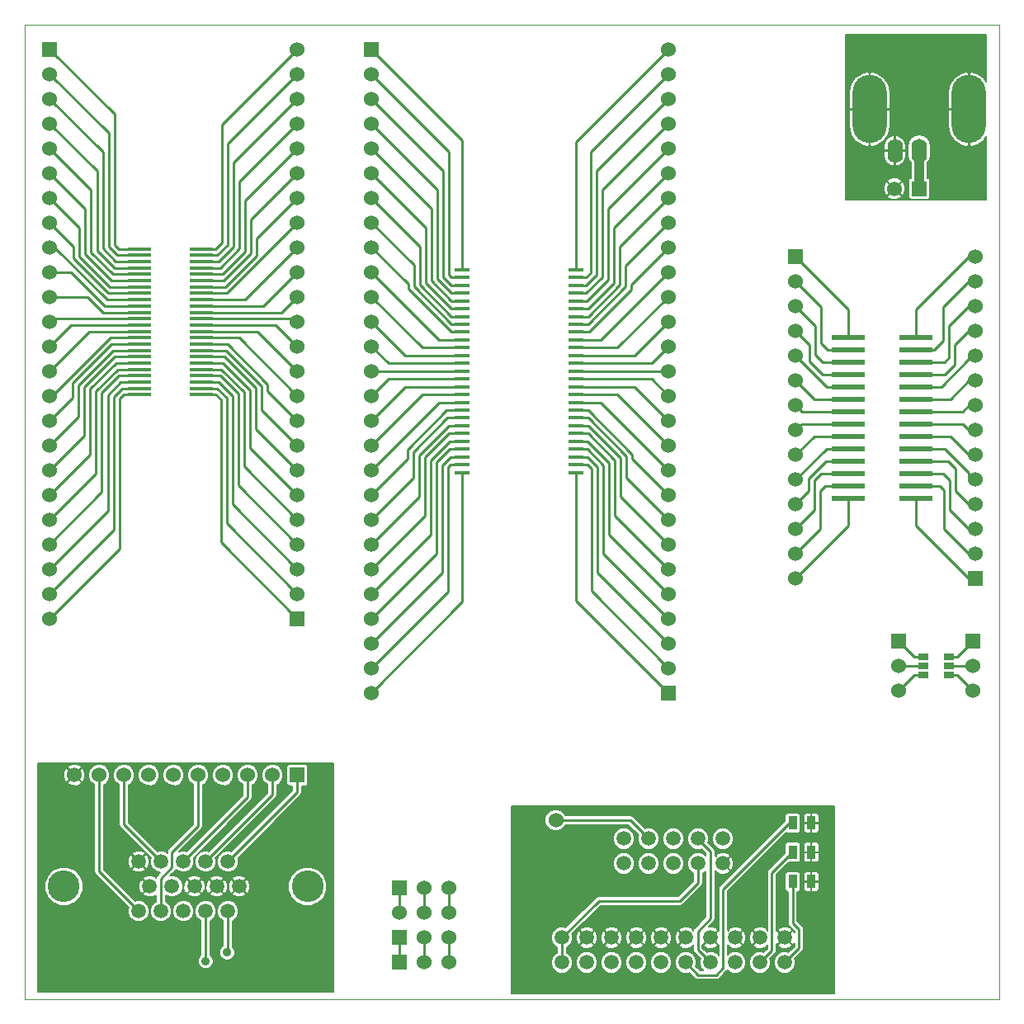
<source format=gtl>
G04 (created by PCBNEW (2013-mar-13)-testing) date Wed 17 Apr 2013 02:01:02 PM EDT*
%MOIN*%
G04 Gerber Fmt 3.4, Leading zero omitted, Abs format*
%FSLAX34Y34*%
G01*
G70*
G90*
G04 APERTURE LIST*
%ADD10C,0.006*%
%ADD11C,0.00393701*%
%ADD12R,0.06X0.06*%
%ADD13C,0.06*%
%ADD14C,0.128346*%
%ADD15C,0.0590551*%
%ADD16R,0.0594488X0.0180315*%
%ADD17R,0.0944882X0.0165354*%
%ADD18R,0.035X0.055*%
%ADD19C,0.0593*%
%ADD20O,0.1378X0.2756*%
%ADD21O,0.063X0.0984*%
%ADD22R,0.137795X0.02*%
%ADD23R,0.0394X0.0272*%
%ADD24C,0.035*%
%ADD25C,0.01*%
%ADD26C,0.0393701*%
%ADD27C,0.008*%
G04 APERTURE END LIST*
G54D10*
G54D11*
X39370Y-39370D02*
X39370Y-78740D01*
X78740Y-39370D02*
X78740Y-78740D01*
X39370Y-78740D02*
X78740Y-78740D01*
X39370Y-39370D02*
X78740Y-39370D01*
G54D12*
X50370Y-63370D03*
G54D13*
X50370Y-62370D03*
X50370Y-61370D03*
X50370Y-60370D03*
X50370Y-59370D03*
X50370Y-58370D03*
X50370Y-57370D03*
X50370Y-56370D03*
X50370Y-55370D03*
X50370Y-54370D03*
X50370Y-53370D03*
X50370Y-52370D03*
X50370Y-51370D03*
X50370Y-50370D03*
X50370Y-49370D03*
X50370Y-48370D03*
X50370Y-47370D03*
X50370Y-46370D03*
X50370Y-45370D03*
X50370Y-44370D03*
X50370Y-43370D03*
X50370Y-42370D03*
X50370Y-41370D03*
X50370Y-40370D03*
G54D12*
X40370Y-40370D03*
G54D13*
X40370Y-41370D03*
X40370Y-42370D03*
X40370Y-43370D03*
X40370Y-44370D03*
X40370Y-45370D03*
X40370Y-46370D03*
X40370Y-47370D03*
X40370Y-48370D03*
X40370Y-49370D03*
X40370Y-50370D03*
X40370Y-51370D03*
X40370Y-52370D03*
X40370Y-53370D03*
X40370Y-54370D03*
X40370Y-55370D03*
X40370Y-56370D03*
X40370Y-57370D03*
X40370Y-58370D03*
X40370Y-59370D03*
X40370Y-60370D03*
X40370Y-61370D03*
X40370Y-62370D03*
X40370Y-63370D03*
G54D12*
X50370Y-69688D03*
G54D13*
X49370Y-69688D03*
X48370Y-69688D03*
X47370Y-69688D03*
X46370Y-69688D03*
X45370Y-69688D03*
X44370Y-69688D03*
X43370Y-69688D03*
X42370Y-69688D03*
X41370Y-69688D03*
G54D14*
X40948Y-74188D03*
X50791Y-74188D03*
G54D15*
X47570Y-73188D03*
X46669Y-73188D03*
X45771Y-73188D03*
X44866Y-73188D03*
X43964Y-73188D03*
X48019Y-74188D03*
X47118Y-74188D03*
X46216Y-74188D03*
X45314Y-74188D03*
X44413Y-74188D03*
X47570Y-75188D03*
X46669Y-75188D03*
X45771Y-75188D03*
X44866Y-75188D03*
X43964Y-75188D03*
G54D12*
X65370Y-66370D03*
G54D13*
X65370Y-65370D03*
X65370Y-64370D03*
X65370Y-63370D03*
X65370Y-62370D03*
X65370Y-61370D03*
X65370Y-60370D03*
X65370Y-59370D03*
X65370Y-58370D03*
X65370Y-57370D03*
X65370Y-56370D03*
X65370Y-55370D03*
X65370Y-54370D03*
X65370Y-53370D03*
X65370Y-52370D03*
X65370Y-51370D03*
X65370Y-50370D03*
X65370Y-49370D03*
X65370Y-48370D03*
X65370Y-47370D03*
X65370Y-46370D03*
X65370Y-45370D03*
X65370Y-44370D03*
X65370Y-43370D03*
X65370Y-42370D03*
X65370Y-41370D03*
X65370Y-40370D03*
G54D12*
X53370Y-40370D03*
G54D13*
X53370Y-41370D03*
X53370Y-42370D03*
X53370Y-43370D03*
X53370Y-44370D03*
X53370Y-45370D03*
X53370Y-46370D03*
X53370Y-47370D03*
X53370Y-48370D03*
X53370Y-49370D03*
X53370Y-50370D03*
X53370Y-51370D03*
X53370Y-52370D03*
X53370Y-53370D03*
X53370Y-54370D03*
X53370Y-55370D03*
X53370Y-56370D03*
X53370Y-57370D03*
X53370Y-58370D03*
X53370Y-59370D03*
X53370Y-60370D03*
X53370Y-61370D03*
X53370Y-62370D03*
X53370Y-63370D03*
X53370Y-64370D03*
X53370Y-65370D03*
X53370Y-66370D03*
G54D16*
X57047Y-49275D03*
X57047Y-49590D03*
X57047Y-49905D03*
X57047Y-50220D03*
X57047Y-50535D03*
X57047Y-50850D03*
X57047Y-51165D03*
X57047Y-51480D03*
X57047Y-51795D03*
X57047Y-52110D03*
X57047Y-52425D03*
X57047Y-52740D03*
X57047Y-53055D03*
X57047Y-53370D03*
X57047Y-53685D03*
X57047Y-54000D03*
X57047Y-54314D03*
X57047Y-54629D03*
X57047Y-54944D03*
X57047Y-55259D03*
X57047Y-55574D03*
X57047Y-55889D03*
X57047Y-56204D03*
X57047Y-56519D03*
X57047Y-56834D03*
X57047Y-57149D03*
X57047Y-57464D03*
X61641Y-57464D03*
X61641Y-57149D03*
X61641Y-56834D03*
X61641Y-56519D03*
X61641Y-56204D03*
X61641Y-55889D03*
X61641Y-55574D03*
X61641Y-55259D03*
X61641Y-54944D03*
X61641Y-54629D03*
X61641Y-54314D03*
X61641Y-54000D03*
X61641Y-53685D03*
X61641Y-53370D03*
X61641Y-53055D03*
X61641Y-52740D03*
X61641Y-52425D03*
X61641Y-52110D03*
X61641Y-51795D03*
X61641Y-51480D03*
X61641Y-51165D03*
X61641Y-50850D03*
X61641Y-50535D03*
X61641Y-50220D03*
X61641Y-49905D03*
X61641Y-49590D03*
X61641Y-49275D03*
G54D17*
X46507Y-54322D03*
X46507Y-54066D03*
X46507Y-53811D03*
X46507Y-53555D03*
X46507Y-53299D03*
X46507Y-53043D03*
X46507Y-52787D03*
X46507Y-52531D03*
X46507Y-52275D03*
X46507Y-52019D03*
X46507Y-51763D03*
X46507Y-51507D03*
X46507Y-51251D03*
X46507Y-50996D03*
X46507Y-50740D03*
X46507Y-50484D03*
X46507Y-50228D03*
X46507Y-49972D03*
X46507Y-49716D03*
X46507Y-49460D03*
X46507Y-49204D03*
X46507Y-48948D03*
X46507Y-48692D03*
X46507Y-48437D03*
X43988Y-48437D03*
X43988Y-48692D03*
X43988Y-48948D03*
X43988Y-49204D03*
X43988Y-49460D03*
X43988Y-49716D03*
X43988Y-49972D03*
X43988Y-50228D03*
X43988Y-50484D03*
X43988Y-50740D03*
X43988Y-50996D03*
X43988Y-51251D03*
X43988Y-51507D03*
X43988Y-51763D03*
X43988Y-52019D03*
X43988Y-52275D03*
X43988Y-52531D03*
X43988Y-52787D03*
X43988Y-53043D03*
X43988Y-53299D03*
X43988Y-53555D03*
X43988Y-53811D03*
X43988Y-54066D03*
X43988Y-54322D03*
G54D12*
X54500Y-77250D03*
G54D13*
X55500Y-77250D03*
X56500Y-77250D03*
G54D12*
X54500Y-74250D03*
G54D13*
X55500Y-74250D03*
X56500Y-74250D03*
G54D12*
X54500Y-76250D03*
G54D13*
X54500Y-75250D03*
X55500Y-76250D03*
X55500Y-75250D03*
X56500Y-76250D03*
X56500Y-75250D03*
G54D18*
X70388Y-73990D03*
X71138Y-73990D03*
X70388Y-72809D03*
X71138Y-72809D03*
X70388Y-71627D03*
X71138Y-71627D03*
G54D13*
X60816Y-71511D03*
G54D19*
X67566Y-72261D03*
X67566Y-73261D03*
X66566Y-72261D03*
X66566Y-73261D03*
X65566Y-72261D03*
X65566Y-73261D03*
X64566Y-72261D03*
X64566Y-73261D03*
X63566Y-72261D03*
X63566Y-73261D03*
X61066Y-77261D03*
X61066Y-76261D03*
X62066Y-77261D03*
X62066Y-76261D03*
X63066Y-77261D03*
X63066Y-76261D03*
X64066Y-77261D03*
X64066Y-76261D03*
X65066Y-77261D03*
X65066Y-76261D03*
X66066Y-77261D03*
X66066Y-76261D03*
X67066Y-77261D03*
X67066Y-76261D03*
X68066Y-77261D03*
X68066Y-76261D03*
X69066Y-77261D03*
X69066Y-76261D03*
X70066Y-77261D03*
X70066Y-76261D03*
G54D12*
X75500Y-46000D03*
G54D13*
X74500Y-46000D03*
G54D20*
X73493Y-42790D03*
X77508Y-42790D03*
G54D21*
X75500Y-44469D03*
X74516Y-44469D03*
G54D12*
X70500Y-48750D03*
G54D13*
X70500Y-49750D03*
X70500Y-50750D03*
X70500Y-51750D03*
X70500Y-52750D03*
X70500Y-53750D03*
X70500Y-54750D03*
X70500Y-55750D03*
X70500Y-56750D03*
X70500Y-57750D03*
X70500Y-58750D03*
X70500Y-59750D03*
X70500Y-60750D03*
X70500Y-61750D03*
G54D12*
X77750Y-61750D03*
G54D13*
X77750Y-60750D03*
X77750Y-59750D03*
X77750Y-58750D03*
X77750Y-57750D03*
X77750Y-56750D03*
X77750Y-55750D03*
X77750Y-54750D03*
X77750Y-53750D03*
X77750Y-52750D03*
X77750Y-51750D03*
X77750Y-50750D03*
X77750Y-49750D03*
X77750Y-48750D03*
G54D22*
X75366Y-58500D03*
X75366Y-58000D03*
X75366Y-57500D03*
X75366Y-57000D03*
X75366Y-56500D03*
X75366Y-56000D03*
X75366Y-55500D03*
X75366Y-55000D03*
X75366Y-54500D03*
X75366Y-54000D03*
X75366Y-53500D03*
X75366Y-53000D03*
X75366Y-52500D03*
X75366Y-52000D03*
X72633Y-52000D03*
X72633Y-52500D03*
X72633Y-53000D03*
X72633Y-53500D03*
X72633Y-54000D03*
X72633Y-54500D03*
X72633Y-55000D03*
X72633Y-55500D03*
X72633Y-56000D03*
X72633Y-56500D03*
X72633Y-57000D03*
X72633Y-57500D03*
X72633Y-58000D03*
X72622Y-58500D03*
G54D12*
X74671Y-64270D03*
G54D13*
X74671Y-65270D03*
X74671Y-66270D03*
G54D12*
X77671Y-64270D03*
G54D13*
X77671Y-65270D03*
X77671Y-66270D03*
G54D23*
X75659Y-64896D03*
X75659Y-65644D03*
X75659Y-65270D03*
X76683Y-65644D03*
X76683Y-64896D03*
X76683Y-65270D03*
G54D24*
X47539Y-76858D03*
X46673Y-77212D03*
G54D25*
X56500Y-75250D02*
X56500Y-74250D01*
X54500Y-76250D02*
X54500Y-77250D01*
X55500Y-75250D02*
X55500Y-74250D01*
X56500Y-76250D02*
X56500Y-77250D01*
X55500Y-76250D02*
X55500Y-77250D01*
X54500Y-75250D02*
X54500Y-74250D01*
G54D26*
X75500Y-44469D02*
X75500Y-46000D01*
G54D25*
X60816Y-71511D02*
X63816Y-71511D01*
X63816Y-71511D02*
X64566Y-72261D01*
X66566Y-72261D02*
X66566Y-72273D01*
X66551Y-76746D02*
X67066Y-77261D01*
X66551Y-75998D02*
X66551Y-76746D01*
X67062Y-75486D02*
X66551Y-75998D01*
X67062Y-72769D02*
X67062Y-75486D01*
X66566Y-72273D02*
X67062Y-72769D01*
X61066Y-76261D02*
X61066Y-77261D01*
X66566Y-73261D02*
X66566Y-74053D01*
X62551Y-74777D02*
X61066Y-76261D01*
X65842Y-74777D02*
X62551Y-74777D01*
X66566Y-74053D02*
X65842Y-74777D01*
X48370Y-69688D02*
X48370Y-70590D01*
X48370Y-70590D02*
X45771Y-73188D01*
X49370Y-69688D02*
X49370Y-70488D01*
X49370Y-70488D02*
X46669Y-73188D01*
X47570Y-76826D02*
X47570Y-75188D01*
X47539Y-76858D02*
X47570Y-76826D01*
X46669Y-77208D02*
X46669Y-75188D01*
X46673Y-77212D02*
X46669Y-77208D01*
X43370Y-69688D02*
X43370Y-71692D01*
X43370Y-71692D02*
X44866Y-73188D01*
X42370Y-69688D02*
X42370Y-73594D01*
X42370Y-73594D02*
X43964Y-75188D01*
X50370Y-69688D02*
X50370Y-70389D01*
X50370Y-70389D02*
X47570Y-73188D01*
X44862Y-75185D02*
X44866Y-75188D01*
X44862Y-73866D02*
X44862Y-75185D01*
X45314Y-73413D02*
X44862Y-73866D01*
X45314Y-72803D02*
X45314Y-73413D01*
X46370Y-69688D02*
X46370Y-71748D01*
X46370Y-71748D02*
X45314Y-72803D01*
X70388Y-72809D02*
X70370Y-72809D01*
X69543Y-76785D02*
X69066Y-77261D01*
X69543Y-73635D02*
X69543Y-76785D01*
X70370Y-72809D02*
X69543Y-73635D01*
X61641Y-50220D02*
X62039Y-50220D01*
X62692Y-46047D02*
X65370Y-43370D01*
X62692Y-49566D02*
X62692Y-46047D01*
X62039Y-50220D02*
X62692Y-49566D01*
X57047Y-49590D02*
X56614Y-49590D01*
X56511Y-44511D02*
X53370Y-41370D01*
X56511Y-49488D02*
X56511Y-44511D01*
X56614Y-49590D02*
X56511Y-49488D01*
X57047Y-55889D02*
X56488Y-55889D01*
X55527Y-59212D02*
X53370Y-61370D01*
X55527Y-56850D02*
X55527Y-59212D01*
X56488Y-55889D02*
X55527Y-56850D01*
X43988Y-53299D02*
X43118Y-53299D01*
X43118Y-53299D02*
X42244Y-54173D01*
X42244Y-54173D02*
X42244Y-57496D01*
X42244Y-57496D02*
X40370Y-59370D01*
X43988Y-53555D02*
X43177Y-53555D01*
X43177Y-53555D02*
X42480Y-54251D01*
X42480Y-54251D02*
X42480Y-58259D01*
X42480Y-58259D02*
X40370Y-60370D01*
X43988Y-53811D02*
X43236Y-53811D01*
X43236Y-53811D02*
X42716Y-54330D01*
X42716Y-54330D02*
X42716Y-59023D01*
X42716Y-59023D02*
X40370Y-61370D01*
X43988Y-54066D02*
X43295Y-54066D01*
X43295Y-54066D02*
X42952Y-54409D01*
X42952Y-54409D02*
X42952Y-59787D01*
X42952Y-59787D02*
X40370Y-62370D01*
X43988Y-54322D02*
X43357Y-54322D01*
X43357Y-54322D02*
X43188Y-54491D01*
X43188Y-54491D02*
X43188Y-60551D01*
X43188Y-60551D02*
X40370Y-63370D01*
X43988Y-52275D02*
X42881Y-52275D01*
X42881Y-52275D02*
X41299Y-53858D01*
X41299Y-53858D02*
X41299Y-54440D01*
X41299Y-54440D02*
X40370Y-55370D01*
X43988Y-52531D02*
X42940Y-52531D01*
X42940Y-52531D02*
X41535Y-53937D01*
X41535Y-53937D02*
X41535Y-55204D01*
X41535Y-55204D02*
X40370Y-56370D01*
X43988Y-52787D02*
X43000Y-52787D01*
X43000Y-52787D02*
X41771Y-54015D01*
X41771Y-54015D02*
X41771Y-55968D01*
X41771Y-55968D02*
X40370Y-57370D01*
X43988Y-53043D02*
X43059Y-53043D01*
X43059Y-53043D02*
X42007Y-54094D01*
X42007Y-54094D02*
X42007Y-56732D01*
X42007Y-56732D02*
X40370Y-58370D01*
X46507Y-50484D02*
X48255Y-50484D01*
X48255Y-50484D02*
X50370Y-48370D01*
X57047Y-56204D02*
X56527Y-56204D01*
X55763Y-59976D02*
X53370Y-62370D01*
X55763Y-56968D02*
X55763Y-59976D01*
X56527Y-56204D02*
X55763Y-56968D01*
X46507Y-50228D02*
X47527Y-50228D01*
X50370Y-47385D02*
X50370Y-47370D01*
X47527Y-50228D02*
X50370Y-47385D01*
X46507Y-49972D02*
X47468Y-49972D01*
X48740Y-48000D02*
X50370Y-46370D01*
X48740Y-48700D02*
X48740Y-48000D01*
X47468Y-49972D02*
X48740Y-48700D01*
X46507Y-49716D02*
X47409Y-49716D01*
X48503Y-47236D02*
X50370Y-45370D01*
X48503Y-48622D02*
X48503Y-47236D01*
X47409Y-49716D02*
X48503Y-48622D01*
X46507Y-49460D02*
X47350Y-49460D01*
X48267Y-46472D02*
X50370Y-44370D01*
X48267Y-48543D02*
X48267Y-46472D01*
X47350Y-49460D02*
X48267Y-48543D01*
X46507Y-49204D02*
X47251Y-49204D01*
X48031Y-45708D02*
X50370Y-43370D01*
X48031Y-48425D02*
X48031Y-45708D01*
X47251Y-49204D02*
X48031Y-48425D01*
X46507Y-48948D02*
X47192Y-48948D01*
X47795Y-44944D02*
X50370Y-42370D01*
X47795Y-48346D02*
X47795Y-44944D01*
X47192Y-48948D02*
X47795Y-48346D01*
X46507Y-48692D02*
X47133Y-48692D01*
X47559Y-44181D02*
X50370Y-41370D01*
X47559Y-48267D02*
X47559Y-44181D01*
X47133Y-48692D02*
X47559Y-48267D01*
X46507Y-48437D02*
X47074Y-48437D01*
X47322Y-43417D02*
X50370Y-40370D01*
X47322Y-48188D02*
X47322Y-43417D01*
X47074Y-48437D02*
X47322Y-48188D01*
X46507Y-50740D02*
X49000Y-50740D01*
X49000Y-50740D02*
X50370Y-49370D01*
X46507Y-53043D02*
X47374Y-53043D01*
X48464Y-56464D02*
X50370Y-58370D01*
X48464Y-54133D02*
X48464Y-56464D01*
X47374Y-53043D02*
X48464Y-54133D01*
X57047Y-56519D02*
X56527Y-56519D01*
X56000Y-60740D02*
X53370Y-63370D01*
X56000Y-57047D02*
X56000Y-60740D01*
X56527Y-56519D02*
X56000Y-57047D01*
X46507Y-54322D02*
X47078Y-54322D01*
X47283Y-60283D02*
X50370Y-63370D01*
X47283Y-54527D02*
X47283Y-60283D01*
X47078Y-54322D02*
X47283Y-54527D01*
X46507Y-54066D02*
X47137Y-54066D01*
X47519Y-59519D02*
X50370Y-62370D01*
X47519Y-54448D02*
X47519Y-59519D01*
X47137Y-54066D02*
X47519Y-54448D01*
X46507Y-53811D02*
X47196Y-53811D01*
X47755Y-58755D02*
X50370Y-61370D01*
X47755Y-54370D02*
X47755Y-58755D01*
X47196Y-53811D02*
X47755Y-54370D01*
X46507Y-53555D02*
X47255Y-53555D01*
X47992Y-57992D02*
X50370Y-60370D01*
X47992Y-54291D02*
X47992Y-57992D01*
X47255Y-53555D02*
X47992Y-54291D01*
X46507Y-53299D02*
X47314Y-53299D01*
X48228Y-57228D02*
X50370Y-59370D01*
X48228Y-54212D02*
X48228Y-57228D01*
X47314Y-53299D02*
X48228Y-54212D01*
X46507Y-52787D02*
X47433Y-52787D01*
X48700Y-55700D02*
X50370Y-57370D01*
X48700Y-54055D02*
X48700Y-55700D01*
X47433Y-52787D02*
X48700Y-54055D01*
X46507Y-52531D02*
X47492Y-52531D01*
X48937Y-54937D02*
X50370Y-56370D01*
X48937Y-53976D02*
X48937Y-54937D01*
X47492Y-52531D02*
X48937Y-53976D01*
X46507Y-52275D02*
X47551Y-52275D01*
X49173Y-54173D02*
X50370Y-55370D01*
X49173Y-53897D02*
X49173Y-54173D01*
X47551Y-52275D02*
X49173Y-53897D01*
X46507Y-52019D02*
X48019Y-52019D01*
X48019Y-52019D02*
X50370Y-54370D01*
X46507Y-51763D02*
X48763Y-51763D01*
X48763Y-51763D02*
X50370Y-53370D01*
X57047Y-56834D02*
X56566Y-56834D01*
X56236Y-61503D02*
X53370Y-64370D01*
X56236Y-57165D02*
X56236Y-61503D01*
X56566Y-56834D02*
X56236Y-57165D01*
X46507Y-51507D02*
X49507Y-51507D01*
X49507Y-51507D02*
X50370Y-52370D01*
X46507Y-51251D02*
X50251Y-51251D01*
X50251Y-51251D02*
X50370Y-51370D01*
X46507Y-50996D02*
X49744Y-50996D01*
X49744Y-50996D02*
X50370Y-50370D01*
X43988Y-50484D02*
X42688Y-50484D01*
X42688Y-50484D02*
X40574Y-48370D01*
X40574Y-48370D02*
X40370Y-48370D01*
X43988Y-50759D02*
X42610Y-50759D01*
X42610Y-50759D02*
X41220Y-49370D01*
X41220Y-49370D02*
X40370Y-49370D01*
X43988Y-50228D02*
X42748Y-50228D01*
X42748Y-50228D02*
X41338Y-48818D01*
X41338Y-48818D02*
X41338Y-48338D01*
X41338Y-48338D02*
X40370Y-47370D01*
X43988Y-50996D02*
X42531Y-50996D01*
X42531Y-50996D02*
X41905Y-50370D01*
X41905Y-50370D02*
X40370Y-50370D01*
X43988Y-51251D02*
X40488Y-51251D01*
X40488Y-51251D02*
X40370Y-51370D01*
X40488Y-51251D02*
X40370Y-51370D01*
X43988Y-51507D02*
X41232Y-51507D01*
X41232Y-51507D02*
X40370Y-52370D01*
X43988Y-49716D02*
X42866Y-49716D01*
X42866Y-49716D02*
X41811Y-48661D01*
X41811Y-48661D02*
X41811Y-46811D01*
X41811Y-46811D02*
X40370Y-45370D01*
X57047Y-57149D02*
X56566Y-57149D01*
X56472Y-62267D02*
X53370Y-65370D01*
X56472Y-57244D02*
X56472Y-62267D01*
X56566Y-57149D02*
X56472Y-57244D01*
X43988Y-49972D02*
X42807Y-49972D01*
X42807Y-49972D02*
X41574Y-48740D01*
X41574Y-48740D02*
X41574Y-47574D01*
X41574Y-47574D02*
X40370Y-46370D01*
X43988Y-48437D02*
X43161Y-48437D01*
X43161Y-48437D02*
X42992Y-48267D01*
X42992Y-48267D02*
X42992Y-42992D01*
X42992Y-42992D02*
X40370Y-40370D01*
X43988Y-48692D02*
X43102Y-48692D01*
X43102Y-48692D02*
X42755Y-48346D01*
X42755Y-48346D02*
X42755Y-43755D01*
X42755Y-43755D02*
X40370Y-41370D01*
X43988Y-48948D02*
X43043Y-48948D01*
X43043Y-48948D02*
X42519Y-48425D01*
X42519Y-48425D02*
X42519Y-44519D01*
X42519Y-44519D02*
X40370Y-42370D01*
X43988Y-49204D02*
X42984Y-49204D01*
X42984Y-49204D02*
X42283Y-48503D01*
X42283Y-48503D02*
X42283Y-45283D01*
X42283Y-45283D02*
X40370Y-43370D01*
X43988Y-51763D02*
X41976Y-51763D01*
X41976Y-51763D02*
X40370Y-53370D01*
X43988Y-49460D02*
X42925Y-49460D01*
X42925Y-49460D02*
X42047Y-48582D01*
X42047Y-48582D02*
X42047Y-46047D01*
X42047Y-46047D02*
X40370Y-44370D01*
X43988Y-52019D02*
X42822Y-52019D01*
X42822Y-52019D02*
X40472Y-54370D01*
X40472Y-54370D02*
X40370Y-54370D01*
X57047Y-49275D02*
X57047Y-44047D01*
X57047Y-44047D02*
X53370Y-40370D01*
X57047Y-57464D02*
X57047Y-62692D01*
X57047Y-62692D02*
X53370Y-66370D01*
X61641Y-49275D02*
X61641Y-44098D01*
X61641Y-44098D02*
X65370Y-40370D01*
X61641Y-49590D02*
X62039Y-49590D01*
X62220Y-44519D02*
X65370Y-41370D01*
X62220Y-49409D02*
X62220Y-44519D01*
X62039Y-49590D02*
X62220Y-49409D01*
X61641Y-49905D02*
X62039Y-49905D01*
X62456Y-45283D02*
X65370Y-42370D01*
X62456Y-49488D02*
X62456Y-45283D01*
X62039Y-49905D02*
X62456Y-49488D01*
X70388Y-71627D02*
X70251Y-71627D01*
X66574Y-77769D02*
X66066Y-77261D01*
X67299Y-77769D02*
X66574Y-77769D01*
X67574Y-77494D02*
X67299Y-77769D01*
X67574Y-74305D02*
X67574Y-77494D01*
X70251Y-71627D02*
X67574Y-74305D01*
X57047Y-55574D02*
X56488Y-55574D01*
X55291Y-58448D02*
X53370Y-60370D01*
X55291Y-56771D02*
X55291Y-58448D01*
X56488Y-55574D02*
X55291Y-56771D01*
X61641Y-50535D02*
X62078Y-50535D01*
X62929Y-46811D02*
X65370Y-44370D01*
X62929Y-49685D02*
X62929Y-46811D01*
X62078Y-50535D02*
X62929Y-49685D01*
X61641Y-50850D02*
X62118Y-50850D01*
X63165Y-47574D02*
X65370Y-45370D01*
X63165Y-49803D02*
X63165Y-47574D01*
X62118Y-50850D02*
X63165Y-49803D01*
X61641Y-51165D02*
X62118Y-51165D01*
X63401Y-48338D02*
X65370Y-46370D01*
X63401Y-49881D02*
X63401Y-48338D01*
X62118Y-51165D02*
X63401Y-49881D01*
X61641Y-51480D02*
X62118Y-51480D01*
X63637Y-49102D02*
X65370Y-47370D01*
X63637Y-49960D02*
X63637Y-49102D01*
X62118Y-51480D02*
X63637Y-49960D01*
X61641Y-51795D02*
X62157Y-51795D01*
X63874Y-49866D02*
X65370Y-48370D01*
X63874Y-50078D02*
X63874Y-49866D01*
X62157Y-51795D02*
X63874Y-50078D01*
X61641Y-52110D02*
X62629Y-52110D01*
X62629Y-52110D02*
X65370Y-49370D01*
X61641Y-52425D02*
X63314Y-52425D01*
X63314Y-52425D02*
X65370Y-50370D01*
X61641Y-52740D02*
X64000Y-52740D01*
X64000Y-52740D02*
X65370Y-51370D01*
X61641Y-53055D02*
X64685Y-53055D01*
X64685Y-53055D02*
X65370Y-52370D01*
X57047Y-52740D02*
X54740Y-52740D01*
X54740Y-52740D02*
X53370Y-51370D01*
X57047Y-49905D02*
X56614Y-49905D01*
X56275Y-45275D02*
X53370Y-42370D01*
X56275Y-49566D02*
X56275Y-45275D01*
X56614Y-49905D02*
X56275Y-49566D01*
X57047Y-50220D02*
X56614Y-50220D01*
X56039Y-46039D02*
X53370Y-43370D01*
X56039Y-49645D02*
X56039Y-46039D01*
X56614Y-50220D02*
X56039Y-49645D01*
X57047Y-50535D02*
X56614Y-50535D01*
X55803Y-46803D02*
X53370Y-44370D01*
X55803Y-49724D02*
X55803Y-46803D01*
X56614Y-50535D02*
X55803Y-49724D01*
X57047Y-50850D02*
X56614Y-50850D01*
X55566Y-47566D02*
X53370Y-45370D01*
X55566Y-49803D02*
X55566Y-47566D01*
X56614Y-50850D02*
X55566Y-49803D01*
X57047Y-51165D02*
X56614Y-51165D01*
X55330Y-48330D02*
X53370Y-46370D01*
X55330Y-49881D02*
X55330Y-48330D01*
X56614Y-51165D02*
X55330Y-49881D01*
X57047Y-51480D02*
X56614Y-51480D01*
X55094Y-49094D02*
X53370Y-47370D01*
X55094Y-49960D02*
X55094Y-49094D01*
X56614Y-51480D02*
X55094Y-49960D01*
X57047Y-51795D02*
X56614Y-51795D01*
X54858Y-49858D02*
X53370Y-48370D01*
X54858Y-50039D02*
X54858Y-49858D01*
X56614Y-51795D02*
X54858Y-50039D01*
X57047Y-52110D02*
X56110Y-52110D01*
X56110Y-52110D02*
X53370Y-49370D01*
X57047Y-52425D02*
X55425Y-52425D01*
X55425Y-52425D02*
X53370Y-50370D01*
X70388Y-73990D02*
X70388Y-75662D01*
X70645Y-76683D02*
X70066Y-77261D01*
X70645Y-75919D02*
X70645Y-76683D01*
X70388Y-75662D02*
X70645Y-75919D01*
X61641Y-53370D02*
X65370Y-53370D01*
X57047Y-53055D02*
X54055Y-53055D01*
X54055Y-53055D02*
X53370Y-52370D01*
X57047Y-53370D02*
X53370Y-53370D01*
X57047Y-53685D02*
X54055Y-53685D01*
X54055Y-53685D02*
X53370Y-54370D01*
X57047Y-54000D02*
X54740Y-54000D01*
X54740Y-54000D02*
X53370Y-55370D01*
X57047Y-54314D02*
X55425Y-54314D01*
X55425Y-54314D02*
X53370Y-56370D01*
X57047Y-54629D02*
X56110Y-54629D01*
X56110Y-54629D02*
X53370Y-57370D01*
X57047Y-54944D02*
X56409Y-54944D01*
X54818Y-56921D02*
X53370Y-58370D01*
X54818Y-56535D02*
X54818Y-56921D01*
X56409Y-54944D02*
X54818Y-56535D01*
X57047Y-55259D02*
X56448Y-55259D01*
X55055Y-57685D02*
X53370Y-59370D01*
X55055Y-56653D02*
X55055Y-57685D01*
X56448Y-55259D02*
X55055Y-56653D01*
X61641Y-56519D02*
X62086Y-56519D01*
X62732Y-60732D02*
X65370Y-63370D01*
X62732Y-57165D02*
X62732Y-60732D01*
X62086Y-56519D02*
X62732Y-57165D01*
X61641Y-53685D02*
X64685Y-53685D01*
X64685Y-53685D02*
X65370Y-54370D01*
X61641Y-54000D02*
X64000Y-54000D01*
X64000Y-54000D02*
X65370Y-55370D01*
X61641Y-54314D02*
X63314Y-54314D01*
X63314Y-54314D02*
X65370Y-56370D01*
X61641Y-54629D02*
X62629Y-54629D01*
X62629Y-54629D02*
X65370Y-57370D01*
X61641Y-54944D02*
X62125Y-54944D01*
X63913Y-56913D02*
X65370Y-58370D01*
X63913Y-56732D02*
X63913Y-56913D01*
X62125Y-54944D02*
X63913Y-56732D01*
X61641Y-55259D02*
X62125Y-55259D01*
X63677Y-57677D02*
X65370Y-59370D01*
X63677Y-56811D02*
X63677Y-57677D01*
X62125Y-55259D02*
X63677Y-56811D01*
X61641Y-55574D02*
X62125Y-55574D01*
X63440Y-58440D02*
X65370Y-60370D01*
X63440Y-56889D02*
X63440Y-58440D01*
X62125Y-55574D02*
X63440Y-56889D01*
X61641Y-55889D02*
X62125Y-55889D01*
X63204Y-59204D02*
X65370Y-61370D01*
X63204Y-56968D02*
X63204Y-59204D01*
X62125Y-55889D02*
X63204Y-56968D01*
X61641Y-56204D02*
X62086Y-56204D01*
X62968Y-59968D02*
X65370Y-62370D01*
X62968Y-57086D02*
X62968Y-59968D01*
X62086Y-56204D02*
X62968Y-57086D01*
X61641Y-56834D02*
X62086Y-56834D01*
X62496Y-61496D02*
X65370Y-64370D01*
X62496Y-57244D02*
X62496Y-61496D01*
X62086Y-56834D02*
X62496Y-57244D01*
X61641Y-57149D02*
X62086Y-57149D01*
X62259Y-62259D02*
X65370Y-65370D01*
X62259Y-57322D02*
X62259Y-62259D01*
X62086Y-57149D02*
X62259Y-57322D01*
X61641Y-57464D02*
X61641Y-62641D01*
X61641Y-62641D02*
X65370Y-66370D01*
X75366Y-52500D02*
X76112Y-52500D01*
X76460Y-50789D02*
X77500Y-49750D01*
X76460Y-52151D02*
X76460Y-50789D01*
X76112Y-52500D02*
X76460Y-52151D01*
X75366Y-57000D02*
X76663Y-57000D01*
X76972Y-58222D02*
X77500Y-58750D01*
X76972Y-57309D02*
X76972Y-58222D01*
X76663Y-57000D02*
X76972Y-57309D01*
X75366Y-56500D02*
X76517Y-56500D01*
X77500Y-57482D02*
X77500Y-57750D01*
X76517Y-56500D02*
X77500Y-57482D01*
X75366Y-56000D02*
X76750Y-56000D01*
X76750Y-56000D02*
X77500Y-56750D01*
X75366Y-55500D02*
X77250Y-55500D01*
X77250Y-55500D02*
X77500Y-55750D01*
X75366Y-55000D02*
X77250Y-55000D01*
X77250Y-55000D02*
X77500Y-54750D01*
X75366Y-54500D02*
X76750Y-54500D01*
X76750Y-54500D02*
X77500Y-53750D01*
X75366Y-54000D02*
X76383Y-54000D01*
X77500Y-52883D02*
X77500Y-52750D01*
X76383Y-54000D02*
X77500Y-52883D01*
X75366Y-53500D02*
X76529Y-53500D01*
X76933Y-52316D02*
X77500Y-51750D01*
X76933Y-53096D02*
X76933Y-52316D01*
X76529Y-53500D02*
X76933Y-53096D01*
X75366Y-53000D02*
X76517Y-53000D01*
X76696Y-51553D02*
X77500Y-50750D01*
X76696Y-52820D02*
X76696Y-51553D01*
X76517Y-53000D02*
X76696Y-52820D01*
X75366Y-57500D02*
X76454Y-57500D01*
X76736Y-58986D02*
X77500Y-59750D01*
X76736Y-57781D02*
X76736Y-58986D01*
X76454Y-57500D02*
X76736Y-57781D01*
X75366Y-52000D02*
X75366Y-50883D01*
X75366Y-50883D02*
X77500Y-48750D01*
X75366Y-58500D02*
X75366Y-59616D01*
X75366Y-59616D02*
X77500Y-61750D01*
X75366Y-58000D02*
X76324Y-58000D01*
X76500Y-59750D02*
X77500Y-60750D01*
X76500Y-58175D02*
X76500Y-59750D01*
X76324Y-58000D02*
X76500Y-58175D01*
X72633Y-55500D02*
X70750Y-55500D01*
X70750Y-55500D02*
X70500Y-55750D01*
X72633Y-52000D02*
X72633Y-50883D01*
X72633Y-50883D02*
X70500Y-48750D01*
X72633Y-52500D02*
X71809Y-52500D01*
X71809Y-52500D02*
X71539Y-52230D01*
X71539Y-52230D02*
X71539Y-50789D01*
X71539Y-50789D02*
X70500Y-49750D01*
X72633Y-53000D02*
X71600Y-53000D01*
X71600Y-53000D02*
X71303Y-52702D01*
X71303Y-52702D02*
X71303Y-51553D01*
X71303Y-51553D02*
X70500Y-50750D01*
X72633Y-53500D02*
X71588Y-53500D01*
X71588Y-53500D02*
X71066Y-52978D01*
X71066Y-52978D02*
X71066Y-52316D01*
X71066Y-52316D02*
X70500Y-51750D01*
X72633Y-54000D02*
X71750Y-54000D01*
X71750Y-54000D02*
X71712Y-53962D01*
X71750Y-54000D02*
X71696Y-53946D01*
X71696Y-53946D02*
X70500Y-52750D01*
X72633Y-54500D02*
X71250Y-54500D01*
X71250Y-54500D02*
X70500Y-53750D01*
X72633Y-55000D02*
X70750Y-55000D01*
X70750Y-55000D02*
X70500Y-54750D01*
X72633Y-56000D02*
X71250Y-56000D01*
X71250Y-56000D02*
X70500Y-56750D01*
X72633Y-56500D02*
X71750Y-56500D01*
X71750Y-56500D02*
X70500Y-57750D01*
X72633Y-57000D02*
X71730Y-57000D01*
X71027Y-58222D02*
X70500Y-58750D01*
X71027Y-57702D02*
X71027Y-58222D01*
X71730Y-57000D02*
X71027Y-57702D01*
X72633Y-57500D02*
X71545Y-57500D01*
X71263Y-58986D02*
X70500Y-59750D01*
X71263Y-57781D02*
X71263Y-58986D01*
X71545Y-57500D02*
X71263Y-57781D01*
X72633Y-58000D02*
X71714Y-58000D01*
X71500Y-59750D02*
X70500Y-60750D01*
X71500Y-58214D02*
X71500Y-59750D01*
X71714Y-58000D02*
X71500Y-58214D01*
X72622Y-58500D02*
X72622Y-59627D01*
X72622Y-59627D02*
X70500Y-61750D01*
X76683Y-64896D02*
X77045Y-64896D01*
X77045Y-64896D02*
X77671Y-64270D01*
X75659Y-64896D02*
X75297Y-64896D01*
X75297Y-64896D02*
X74671Y-64270D01*
X75659Y-65270D02*
X74671Y-65270D01*
X75659Y-65644D02*
X75297Y-65644D01*
X75297Y-65644D02*
X74671Y-66270D01*
X76683Y-65270D02*
X77671Y-65270D01*
X76683Y-65644D02*
X77045Y-65644D01*
X77045Y-65644D02*
X77671Y-66270D01*
G54D10*
G36*
X51830Y-78448D02*
X51573Y-78448D01*
X51573Y-74034D01*
X51454Y-73746D01*
X51234Y-73526D01*
X50947Y-73407D01*
X50810Y-73407D01*
X50810Y-69961D01*
X50810Y-69361D01*
X50788Y-69309D01*
X50749Y-69270D01*
X50698Y-69249D01*
X50642Y-69248D01*
X50042Y-69248D01*
X49990Y-69270D01*
X49951Y-69309D01*
X49930Y-69361D01*
X49930Y-69416D01*
X49930Y-70016D01*
X49951Y-70068D01*
X49990Y-70107D01*
X50042Y-70128D01*
X50097Y-70129D01*
X50180Y-70129D01*
X50180Y-70311D01*
X49810Y-70680D01*
X49810Y-69601D01*
X49743Y-69440D01*
X49619Y-69316D01*
X49457Y-69249D01*
X49282Y-69248D01*
X49121Y-69315D01*
X48997Y-69439D01*
X48930Y-69601D01*
X48930Y-69776D01*
X48996Y-69937D01*
X49120Y-70061D01*
X49180Y-70086D01*
X49180Y-70409D01*
X48810Y-70779D01*
X48810Y-69601D01*
X48743Y-69440D01*
X48619Y-69316D01*
X48457Y-69249D01*
X48282Y-69248D01*
X48121Y-69315D01*
X47997Y-69439D01*
X47930Y-69601D01*
X47930Y-69776D01*
X47996Y-69937D01*
X48120Y-70061D01*
X48180Y-70086D01*
X48180Y-70511D01*
X47810Y-70881D01*
X47810Y-69601D01*
X47743Y-69440D01*
X47619Y-69316D01*
X47457Y-69249D01*
X47282Y-69248D01*
X47121Y-69315D01*
X46997Y-69439D01*
X46930Y-69601D01*
X46930Y-69776D01*
X46996Y-69937D01*
X47120Y-70061D01*
X47282Y-70128D01*
X47457Y-70129D01*
X47618Y-70062D01*
X47742Y-69938D01*
X47810Y-69776D01*
X47810Y-69601D01*
X47810Y-70881D01*
X45914Y-72777D01*
X45858Y-72753D01*
X45685Y-72753D01*
X45596Y-72790D01*
X46504Y-71882D01*
X46504Y-71882D01*
X46504Y-71882D01*
X46545Y-71820D01*
X46560Y-71748D01*
X46560Y-70086D01*
X46618Y-70062D01*
X46742Y-69938D01*
X46810Y-69776D01*
X46810Y-69601D01*
X46743Y-69440D01*
X46619Y-69316D01*
X46457Y-69249D01*
X46282Y-69248D01*
X46121Y-69315D01*
X45997Y-69439D01*
X45930Y-69601D01*
X45930Y-69776D01*
X45996Y-69937D01*
X46120Y-70061D01*
X46180Y-70086D01*
X46180Y-71669D01*
X45810Y-72039D01*
X45810Y-69601D01*
X45743Y-69440D01*
X45619Y-69316D01*
X45457Y-69249D01*
X45282Y-69248D01*
X45121Y-69315D01*
X44997Y-69439D01*
X44930Y-69601D01*
X44930Y-69776D01*
X44996Y-69937D01*
X45120Y-70061D01*
X45282Y-70128D01*
X45457Y-70129D01*
X45618Y-70062D01*
X45742Y-69938D01*
X45810Y-69776D01*
X45810Y-69601D01*
X45810Y-72039D01*
X45180Y-72668D01*
X45139Y-72730D01*
X45124Y-72803D01*
X45124Y-72832D01*
X45113Y-72820D01*
X44953Y-72753D01*
X44810Y-72753D01*
X44810Y-69601D01*
X44743Y-69440D01*
X44619Y-69316D01*
X44457Y-69249D01*
X44282Y-69248D01*
X44121Y-69315D01*
X43997Y-69439D01*
X43930Y-69601D01*
X43930Y-69776D01*
X43996Y-69937D01*
X44120Y-70061D01*
X44282Y-70128D01*
X44457Y-70129D01*
X44618Y-70062D01*
X44742Y-69938D01*
X44810Y-69776D01*
X44810Y-69601D01*
X44810Y-72753D01*
X44779Y-72753D01*
X44723Y-72777D01*
X43560Y-71614D01*
X43560Y-70086D01*
X43618Y-70062D01*
X43742Y-69938D01*
X43810Y-69776D01*
X43810Y-69601D01*
X43743Y-69440D01*
X43619Y-69316D01*
X43457Y-69249D01*
X43282Y-69248D01*
X43121Y-69315D01*
X42997Y-69439D01*
X42930Y-69601D01*
X42930Y-69776D01*
X42996Y-69937D01*
X43120Y-70061D01*
X43180Y-70086D01*
X43180Y-71692D01*
X43194Y-71765D01*
X43235Y-71827D01*
X44454Y-73045D01*
X44430Y-73102D01*
X44430Y-73275D01*
X44496Y-73435D01*
X44619Y-73557D01*
X44779Y-73624D01*
X44835Y-73624D01*
X44727Y-73731D01*
X44686Y-73793D01*
X44675Y-73847D01*
X44666Y-73824D01*
X44507Y-73755D01*
X44401Y-73753D01*
X44401Y-73109D01*
X44337Y-72948D01*
X44329Y-72936D01*
X44260Y-72907D01*
X44246Y-72921D01*
X44246Y-72892D01*
X44217Y-72824D01*
X44058Y-72755D01*
X43885Y-72752D01*
X43724Y-72815D01*
X43711Y-72824D01*
X43682Y-72892D01*
X43964Y-73174D01*
X44246Y-72892D01*
X44246Y-72921D01*
X43978Y-73188D01*
X44260Y-73470D01*
X44329Y-73441D01*
X44398Y-73282D01*
X44401Y-73109D01*
X44401Y-73753D01*
X44334Y-73752D01*
X44246Y-73786D01*
X44246Y-73485D01*
X43964Y-73203D01*
X43950Y-73217D01*
X43950Y-73188D01*
X43668Y-72907D01*
X43599Y-72936D01*
X43530Y-73095D01*
X43527Y-73268D01*
X43591Y-73429D01*
X43599Y-73441D01*
X43668Y-73470D01*
X43950Y-73188D01*
X43950Y-73217D01*
X43682Y-73485D01*
X43711Y-73553D01*
X43870Y-73622D01*
X44043Y-73625D01*
X44204Y-73562D01*
X44217Y-73553D01*
X44246Y-73485D01*
X44246Y-73786D01*
X44173Y-73815D01*
X44160Y-73824D01*
X44131Y-73892D01*
X44413Y-74174D01*
X44418Y-74169D01*
X44433Y-74183D01*
X44427Y-74188D01*
X44433Y-74194D01*
X44418Y-74208D01*
X44413Y-74203D01*
X44399Y-74217D01*
X44399Y-74188D01*
X44117Y-73907D01*
X44048Y-73936D01*
X43979Y-74095D01*
X43976Y-74268D01*
X44040Y-74429D01*
X44048Y-74441D01*
X44117Y-74470D01*
X44399Y-74188D01*
X44399Y-74217D01*
X44131Y-74485D01*
X44160Y-74553D01*
X44319Y-74622D01*
X44492Y-74625D01*
X44653Y-74562D01*
X44666Y-74553D01*
X44672Y-74539D01*
X44672Y-74798D01*
X44619Y-74819D01*
X44497Y-74942D01*
X44430Y-75102D01*
X44430Y-75275D01*
X44496Y-75435D01*
X44619Y-75557D01*
X44779Y-75624D01*
X44952Y-75624D01*
X45112Y-75558D01*
X45234Y-75435D01*
X45301Y-75275D01*
X45301Y-75102D01*
X45235Y-74942D01*
X45113Y-74820D01*
X45052Y-74794D01*
X45052Y-74541D01*
X45068Y-74557D01*
X45227Y-74624D01*
X45401Y-74624D01*
X45561Y-74558D01*
X45683Y-74435D01*
X45750Y-74275D01*
X45750Y-74102D01*
X45684Y-73942D01*
X45561Y-73820D01*
X45401Y-73753D01*
X45243Y-73753D01*
X45449Y-73547D01*
X45449Y-73547D01*
X45449Y-73547D01*
X45475Y-73508D01*
X45524Y-73557D01*
X45684Y-73624D01*
X45857Y-73624D01*
X46017Y-73558D01*
X46140Y-73435D01*
X46206Y-73275D01*
X46207Y-73102D01*
X46183Y-73045D01*
X48504Y-70724D01*
X48504Y-70724D01*
X48504Y-70724D01*
X48545Y-70663D01*
X48560Y-70590D01*
X48560Y-70086D01*
X48618Y-70062D01*
X48742Y-69938D01*
X48810Y-69776D01*
X48810Y-69601D01*
X48810Y-70779D01*
X46812Y-72777D01*
X46756Y-72753D01*
X46583Y-72753D01*
X46423Y-72819D01*
X46300Y-72942D01*
X46234Y-73102D01*
X46233Y-73275D01*
X46300Y-73435D01*
X46422Y-73557D01*
X46582Y-73624D01*
X46755Y-73624D01*
X46915Y-73558D01*
X47038Y-73435D01*
X47104Y-73275D01*
X47104Y-73102D01*
X47081Y-73045D01*
X49504Y-70622D01*
X49545Y-70560D01*
X49560Y-70488D01*
X49560Y-70086D01*
X49618Y-70062D01*
X49742Y-69938D01*
X49810Y-69776D01*
X49810Y-69601D01*
X49810Y-70680D01*
X47714Y-72777D01*
X47657Y-72753D01*
X47484Y-72753D01*
X47324Y-72819D01*
X47202Y-72942D01*
X47135Y-73102D01*
X47135Y-73275D01*
X47201Y-73435D01*
X47323Y-73557D01*
X47483Y-73624D01*
X47657Y-73624D01*
X47817Y-73558D01*
X47939Y-73435D01*
X48006Y-73275D01*
X48006Y-73102D01*
X47982Y-73045D01*
X50504Y-70524D01*
X50504Y-70524D01*
X50504Y-70524D01*
X50545Y-70462D01*
X50560Y-70389D01*
X50560Y-70129D01*
X50697Y-70129D01*
X50749Y-70107D01*
X50788Y-70068D01*
X50810Y-70016D01*
X50810Y-69961D01*
X50810Y-73407D01*
X50636Y-73407D01*
X50349Y-73525D01*
X50129Y-73745D01*
X50009Y-74032D01*
X50009Y-74343D01*
X50128Y-74631D01*
X50347Y-74851D01*
X50635Y-74970D01*
X50946Y-74970D01*
X51233Y-74852D01*
X51453Y-74632D01*
X51572Y-74345D01*
X51573Y-74034D01*
X51573Y-78448D01*
X48456Y-78448D01*
X48456Y-74109D01*
X48392Y-73948D01*
X48384Y-73936D01*
X48315Y-73907D01*
X48301Y-73921D01*
X48301Y-73892D01*
X48272Y-73824D01*
X48113Y-73755D01*
X47940Y-73752D01*
X47779Y-73815D01*
X47766Y-73824D01*
X47737Y-73892D01*
X48019Y-74174D01*
X48301Y-73892D01*
X48301Y-73921D01*
X48033Y-74188D01*
X48315Y-74470D01*
X48384Y-74441D01*
X48453Y-74282D01*
X48456Y-74109D01*
X48456Y-78448D01*
X48301Y-78448D01*
X48301Y-74485D01*
X48019Y-74203D01*
X48005Y-74217D01*
X48005Y-74188D01*
X47723Y-73907D01*
X47654Y-73936D01*
X47585Y-74095D01*
X47583Y-74268D01*
X47646Y-74429D01*
X47654Y-74441D01*
X47723Y-74470D01*
X48005Y-74188D01*
X48005Y-74217D01*
X47737Y-74485D01*
X47766Y-74553D01*
X47925Y-74622D01*
X48098Y-74625D01*
X48260Y-74562D01*
X48272Y-74553D01*
X48301Y-74485D01*
X48301Y-78448D01*
X48006Y-78448D01*
X48006Y-75102D01*
X47940Y-74942D01*
X47817Y-74820D01*
X47657Y-74753D01*
X47554Y-74753D01*
X47554Y-74109D01*
X47491Y-73948D01*
X47482Y-73936D01*
X47414Y-73907D01*
X47400Y-73921D01*
X47400Y-73892D01*
X47370Y-73824D01*
X47211Y-73755D01*
X47038Y-73752D01*
X46877Y-73815D01*
X46865Y-73824D01*
X46836Y-73892D01*
X47118Y-74174D01*
X47400Y-73892D01*
X47400Y-73921D01*
X47132Y-74188D01*
X47414Y-74470D01*
X47482Y-74441D01*
X47551Y-74282D01*
X47554Y-74109D01*
X47554Y-74753D01*
X47484Y-74753D01*
X47400Y-74788D01*
X47400Y-74485D01*
X47118Y-74203D01*
X47103Y-74217D01*
X47103Y-74188D01*
X46822Y-73907D01*
X46753Y-73936D01*
X46684Y-74095D01*
X46681Y-74268D01*
X46745Y-74429D01*
X46753Y-74441D01*
X46822Y-74470D01*
X47103Y-74188D01*
X47103Y-74217D01*
X46836Y-74485D01*
X46865Y-74553D01*
X47024Y-74622D01*
X47197Y-74625D01*
X47358Y-74562D01*
X47370Y-74553D01*
X47400Y-74485D01*
X47400Y-74788D01*
X47324Y-74819D01*
X47202Y-74942D01*
X47135Y-75102D01*
X47135Y-75275D01*
X47201Y-75435D01*
X47323Y-75557D01*
X47380Y-75581D01*
X47380Y-76582D01*
X47361Y-76591D01*
X47272Y-76679D01*
X47224Y-76795D01*
X47224Y-76920D01*
X47272Y-77036D01*
X47360Y-77125D01*
X47476Y-77173D01*
X47601Y-77173D01*
X47717Y-77125D01*
X47806Y-77036D01*
X47854Y-76921D01*
X47854Y-76795D01*
X47806Y-76680D01*
X47760Y-76634D01*
X47760Y-75581D01*
X47817Y-75558D01*
X47939Y-75435D01*
X48006Y-75275D01*
X48006Y-75102D01*
X48006Y-78448D01*
X47104Y-78448D01*
X47104Y-75102D01*
X47038Y-74942D01*
X46916Y-74820D01*
X46756Y-74753D01*
X46653Y-74753D01*
X46653Y-74109D01*
X46589Y-73948D01*
X46581Y-73936D01*
X46512Y-73907D01*
X46498Y-73921D01*
X46498Y-73892D01*
X46469Y-73824D01*
X46310Y-73755D01*
X46137Y-73752D01*
X45976Y-73815D01*
X45963Y-73824D01*
X45934Y-73892D01*
X46216Y-74174D01*
X46498Y-73892D01*
X46498Y-73921D01*
X46230Y-74188D01*
X46512Y-74470D01*
X46581Y-74441D01*
X46650Y-74282D01*
X46653Y-74109D01*
X46653Y-74753D01*
X46583Y-74753D01*
X46498Y-74788D01*
X46498Y-74485D01*
X46216Y-74203D01*
X46202Y-74217D01*
X46202Y-74188D01*
X45920Y-73907D01*
X45851Y-73936D01*
X45782Y-74095D01*
X45779Y-74268D01*
X45843Y-74429D01*
X45851Y-74441D01*
X45920Y-74470D01*
X46202Y-74188D01*
X46202Y-74217D01*
X45934Y-74485D01*
X45963Y-74553D01*
X46122Y-74622D01*
X46295Y-74625D01*
X46456Y-74562D01*
X46469Y-74553D01*
X46498Y-74485D01*
X46498Y-74788D01*
X46423Y-74819D01*
X46300Y-74942D01*
X46234Y-75102D01*
X46233Y-75275D01*
X46300Y-75435D01*
X46422Y-75557D01*
X46479Y-75581D01*
X46479Y-76961D01*
X46406Y-77033D01*
X46358Y-77149D01*
X46358Y-77274D01*
X46406Y-77390D01*
X46494Y-77479D01*
X46610Y-77527D01*
X46735Y-77527D01*
X46851Y-77479D01*
X46940Y-77391D01*
X46988Y-77275D01*
X46988Y-77150D01*
X46940Y-77034D01*
X46859Y-76953D01*
X46859Y-75581D01*
X46915Y-75558D01*
X47038Y-75435D01*
X47104Y-75275D01*
X47104Y-75102D01*
X47104Y-78448D01*
X46207Y-78448D01*
X46207Y-75102D01*
X46140Y-74942D01*
X46018Y-74820D01*
X45858Y-74753D01*
X45685Y-74753D01*
X45525Y-74819D01*
X45402Y-74942D01*
X45336Y-75102D01*
X45336Y-75275D01*
X45402Y-75435D01*
X45524Y-75557D01*
X45684Y-75624D01*
X45857Y-75624D01*
X46017Y-75558D01*
X46140Y-75435D01*
X46206Y-75275D01*
X46207Y-75102D01*
X46207Y-78448D01*
X44399Y-78448D01*
X44399Y-75102D01*
X44333Y-74942D01*
X44211Y-74820D01*
X44051Y-74753D01*
X43878Y-74753D01*
X43821Y-74777D01*
X42560Y-73515D01*
X42560Y-70086D01*
X42618Y-70062D01*
X42742Y-69938D01*
X42810Y-69776D01*
X42810Y-69601D01*
X42743Y-69440D01*
X42619Y-69316D01*
X42457Y-69249D01*
X42282Y-69248D01*
X42121Y-69315D01*
X41997Y-69439D01*
X41930Y-69601D01*
X41930Y-69776D01*
X41996Y-69937D01*
X42120Y-70061D01*
X42180Y-70086D01*
X42180Y-73594D01*
X42194Y-73667D01*
X42235Y-73728D01*
X43552Y-75045D01*
X43529Y-75102D01*
X43529Y-75275D01*
X43595Y-75435D01*
X43717Y-75557D01*
X43877Y-75624D01*
X44050Y-75624D01*
X44210Y-75558D01*
X44333Y-75435D01*
X44399Y-75275D01*
X44399Y-75102D01*
X44399Y-78448D01*
X41811Y-78448D01*
X41811Y-69608D01*
X41747Y-69446D01*
X41738Y-69433D01*
X41669Y-69403D01*
X41655Y-69417D01*
X41655Y-69389D01*
X41625Y-69320D01*
X41465Y-69250D01*
X41290Y-69247D01*
X41127Y-69311D01*
X41114Y-69320D01*
X41084Y-69389D01*
X41370Y-69674D01*
X41655Y-69389D01*
X41655Y-69417D01*
X41384Y-69688D01*
X41669Y-69974D01*
X41738Y-69944D01*
X41808Y-69783D01*
X41811Y-69608D01*
X41811Y-78448D01*
X41730Y-78448D01*
X41730Y-74034D01*
X41655Y-73851D01*
X41655Y-69988D01*
X41370Y-69703D01*
X41355Y-69717D01*
X41355Y-69688D01*
X41070Y-69403D01*
X41001Y-69433D01*
X40931Y-69593D01*
X40928Y-69769D01*
X40992Y-69931D01*
X41001Y-69944D01*
X41070Y-69974D01*
X41355Y-69688D01*
X41355Y-69717D01*
X41084Y-69988D01*
X41114Y-70057D01*
X41275Y-70127D01*
X41450Y-70130D01*
X41612Y-70066D01*
X41625Y-70057D01*
X41655Y-69988D01*
X41655Y-73851D01*
X41611Y-73746D01*
X41392Y-73526D01*
X41104Y-73407D01*
X40794Y-73407D01*
X40506Y-73525D01*
X40286Y-73745D01*
X40167Y-74032D01*
X40166Y-74343D01*
X40285Y-74631D01*
X40505Y-74851D01*
X40792Y-74970D01*
X41103Y-74970D01*
X41391Y-74852D01*
X41611Y-74632D01*
X41730Y-74345D01*
X41730Y-74034D01*
X41730Y-78448D01*
X39910Y-78448D01*
X39910Y-69228D01*
X51830Y-69228D01*
X51830Y-78448D01*
X51830Y-78448D01*
G37*
G54D27*
X51830Y-78448D02*
X51573Y-78448D01*
X51573Y-74034D01*
X51454Y-73746D01*
X51234Y-73526D01*
X50947Y-73407D01*
X50810Y-73407D01*
X50810Y-69961D01*
X50810Y-69361D01*
X50788Y-69309D01*
X50749Y-69270D01*
X50698Y-69249D01*
X50642Y-69248D01*
X50042Y-69248D01*
X49990Y-69270D01*
X49951Y-69309D01*
X49930Y-69361D01*
X49930Y-69416D01*
X49930Y-70016D01*
X49951Y-70068D01*
X49990Y-70107D01*
X50042Y-70128D01*
X50097Y-70129D01*
X50180Y-70129D01*
X50180Y-70311D01*
X49810Y-70680D01*
X49810Y-69601D01*
X49743Y-69440D01*
X49619Y-69316D01*
X49457Y-69249D01*
X49282Y-69248D01*
X49121Y-69315D01*
X48997Y-69439D01*
X48930Y-69601D01*
X48930Y-69776D01*
X48996Y-69937D01*
X49120Y-70061D01*
X49180Y-70086D01*
X49180Y-70409D01*
X48810Y-70779D01*
X48810Y-69601D01*
X48743Y-69440D01*
X48619Y-69316D01*
X48457Y-69249D01*
X48282Y-69248D01*
X48121Y-69315D01*
X47997Y-69439D01*
X47930Y-69601D01*
X47930Y-69776D01*
X47996Y-69937D01*
X48120Y-70061D01*
X48180Y-70086D01*
X48180Y-70511D01*
X47810Y-70881D01*
X47810Y-69601D01*
X47743Y-69440D01*
X47619Y-69316D01*
X47457Y-69249D01*
X47282Y-69248D01*
X47121Y-69315D01*
X46997Y-69439D01*
X46930Y-69601D01*
X46930Y-69776D01*
X46996Y-69937D01*
X47120Y-70061D01*
X47282Y-70128D01*
X47457Y-70129D01*
X47618Y-70062D01*
X47742Y-69938D01*
X47810Y-69776D01*
X47810Y-69601D01*
X47810Y-70881D01*
X45914Y-72777D01*
X45858Y-72753D01*
X45685Y-72753D01*
X45596Y-72790D01*
X46504Y-71882D01*
X46504Y-71882D01*
X46504Y-71882D01*
X46545Y-71820D01*
X46560Y-71748D01*
X46560Y-70086D01*
X46618Y-70062D01*
X46742Y-69938D01*
X46810Y-69776D01*
X46810Y-69601D01*
X46743Y-69440D01*
X46619Y-69316D01*
X46457Y-69249D01*
X46282Y-69248D01*
X46121Y-69315D01*
X45997Y-69439D01*
X45930Y-69601D01*
X45930Y-69776D01*
X45996Y-69937D01*
X46120Y-70061D01*
X46180Y-70086D01*
X46180Y-71669D01*
X45810Y-72039D01*
X45810Y-69601D01*
X45743Y-69440D01*
X45619Y-69316D01*
X45457Y-69249D01*
X45282Y-69248D01*
X45121Y-69315D01*
X44997Y-69439D01*
X44930Y-69601D01*
X44930Y-69776D01*
X44996Y-69937D01*
X45120Y-70061D01*
X45282Y-70128D01*
X45457Y-70129D01*
X45618Y-70062D01*
X45742Y-69938D01*
X45810Y-69776D01*
X45810Y-69601D01*
X45810Y-72039D01*
X45180Y-72668D01*
X45139Y-72730D01*
X45124Y-72803D01*
X45124Y-72832D01*
X45113Y-72820D01*
X44953Y-72753D01*
X44810Y-72753D01*
X44810Y-69601D01*
X44743Y-69440D01*
X44619Y-69316D01*
X44457Y-69249D01*
X44282Y-69248D01*
X44121Y-69315D01*
X43997Y-69439D01*
X43930Y-69601D01*
X43930Y-69776D01*
X43996Y-69937D01*
X44120Y-70061D01*
X44282Y-70128D01*
X44457Y-70129D01*
X44618Y-70062D01*
X44742Y-69938D01*
X44810Y-69776D01*
X44810Y-69601D01*
X44810Y-72753D01*
X44779Y-72753D01*
X44723Y-72777D01*
X43560Y-71614D01*
X43560Y-70086D01*
X43618Y-70062D01*
X43742Y-69938D01*
X43810Y-69776D01*
X43810Y-69601D01*
X43743Y-69440D01*
X43619Y-69316D01*
X43457Y-69249D01*
X43282Y-69248D01*
X43121Y-69315D01*
X42997Y-69439D01*
X42930Y-69601D01*
X42930Y-69776D01*
X42996Y-69937D01*
X43120Y-70061D01*
X43180Y-70086D01*
X43180Y-71692D01*
X43194Y-71765D01*
X43235Y-71827D01*
X44454Y-73045D01*
X44430Y-73102D01*
X44430Y-73275D01*
X44496Y-73435D01*
X44619Y-73557D01*
X44779Y-73624D01*
X44835Y-73624D01*
X44727Y-73731D01*
X44686Y-73793D01*
X44675Y-73847D01*
X44666Y-73824D01*
X44507Y-73755D01*
X44401Y-73753D01*
X44401Y-73109D01*
X44337Y-72948D01*
X44329Y-72936D01*
X44260Y-72907D01*
X44246Y-72921D01*
X44246Y-72892D01*
X44217Y-72824D01*
X44058Y-72755D01*
X43885Y-72752D01*
X43724Y-72815D01*
X43711Y-72824D01*
X43682Y-72892D01*
X43964Y-73174D01*
X44246Y-72892D01*
X44246Y-72921D01*
X43978Y-73188D01*
X44260Y-73470D01*
X44329Y-73441D01*
X44398Y-73282D01*
X44401Y-73109D01*
X44401Y-73753D01*
X44334Y-73752D01*
X44246Y-73786D01*
X44246Y-73485D01*
X43964Y-73203D01*
X43950Y-73217D01*
X43950Y-73188D01*
X43668Y-72907D01*
X43599Y-72936D01*
X43530Y-73095D01*
X43527Y-73268D01*
X43591Y-73429D01*
X43599Y-73441D01*
X43668Y-73470D01*
X43950Y-73188D01*
X43950Y-73217D01*
X43682Y-73485D01*
X43711Y-73553D01*
X43870Y-73622D01*
X44043Y-73625D01*
X44204Y-73562D01*
X44217Y-73553D01*
X44246Y-73485D01*
X44246Y-73786D01*
X44173Y-73815D01*
X44160Y-73824D01*
X44131Y-73892D01*
X44413Y-74174D01*
X44418Y-74169D01*
X44433Y-74183D01*
X44427Y-74188D01*
X44433Y-74194D01*
X44418Y-74208D01*
X44413Y-74203D01*
X44399Y-74217D01*
X44399Y-74188D01*
X44117Y-73907D01*
X44048Y-73936D01*
X43979Y-74095D01*
X43976Y-74268D01*
X44040Y-74429D01*
X44048Y-74441D01*
X44117Y-74470D01*
X44399Y-74188D01*
X44399Y-74217D01*
X44131Y-74485D01*
X44160Y-74553D01*
X44319Y-74622D01*
X44492Y-74625D01*
X44653Y-74562D01*
X44666Y-74553D01*
X44672Y-74539D01*
X44672Y-74798D01*
X44619Y-74819D01*
X44497Y-74942D01*
X44430Y-75102D01*
X44430Y-75275D01*
X44496Y-75435D01*
X44619Y-75557D01*
X44779Y-75624D01*
X44952Y-75624D01*
X45112Y-75558D01*
X45234Y-75435D01*
X45301Y-75275D01*
X45301Y-75102D01*
X45235Y-74942D01*
X45113Y-74820D01*
X45052Y-74794D01*
X45052Y-74541D01*
X45068Y-74557D01*
X45227Y-74624D01*
X45401Y-74624D01*
X45561Y-74558D01*
X45683Y-74435D01*
X45750Y-74275D01*
X45750Y-74102D01*
X45684Y-73942D01*
X45561Y-73820D01*
X45401Y-73753D01*
X45243Y-73753D01*
X45449Y-73547D01*
X45449Y-73547D01*
X45449Y-73547D01*
X45475Y-73508D01*
X45524Y-73557D01*
X45684Y-73624D01*
X45857Y-73624D01*
X46017Y-73558D01*
X46140Y-73435D01*
X46206Y-73275D01*
X46207Y-73102D01*
X46183Y-73045D01*
X48504Y-70724D01*
X48504Y-70724D01*
X48504Y-70724D01*
X48545Y-70663D01*
X48560Y-70590D01*
X48560Y-70086D01*
X48618Y-70062D01*
X48742Y-69938D01*
X48810Y-69776D01*
X48810Y-69601D01*
X48810Y-70779D01*
X46812Y-72777D01*
X46756Y-72753D01*
X46583Y-72753D01*
X46423Y-72819D01*
X46300Y-72942D01*
X46234Y-73102D01*
X46233Y-73275D01*
X46300Y-73435D01*
X46422Y-73557D01*
X46582Y-73624D01*
X46755Y-73624D01*
X46915Y-73558D01*
X47038Y-73435D01*
X47104Y-73275D01*
X47104Y-73102D01*
X47081Y-73045D01*
X49504Y-70622D01*
X49545Y-70560D01*
X49560Y-70488D01*
X49560Y-70086D01*
X49618Y-70062D01*
X49742Y-69938D01*
X49810Y-69776D01*
X49810Y-69601D01*
X49810Y-70680D01*
X47714Y-72777D01*
X47657Y-72753D01*
X47484Y-72753D01*
X47324Y-72819D01*
X47202Y-72942D01*
X47135Y-73102D01*
X47135Y-73275D01*
X47201Y-73435D01*
X47323Y-73557D01*
X47483Y-73624D01*
X47657Y-73624D01*
X47817Y-73558D01*
X47939Y-73435D01*
X48006Y-73275D01*
X48006Y-73102D01*
X47982Y-73045D01*
X50504Y-70524D01*
X50504Y-70524D01*
X50504Y-70524D01*
X50545Y-70462D01*
X50560Y-70389D01*
X50560Y-70129D01*
X50697Y-70129D01*
X50749Y-70107D01*
X50788Y-70068D01*
X50810Y-70016D01*
X50810Y-69961D01*
X50810Y-73407D01*
X50636Y-73407D01*
X50349Y-73525D01*
X50129Y-73745D01*
X50009Y-74032D01*
X50009Y-74343D01*
X50128Y-74631D01*
X50347Y-74851D01*
X50635Y-74970D01*
X50946Y-74970D01*
X51233Y-74852D01*
X51453Y-74632D01*
X51572Y-74345D01*
X51573Y-74034D01*
X51573Y-78448D01*
X48456Y-78448D01*
X48456Y-74109D01*
X48392Y-73948D01*
X48384Y-73936D01*
X48315Y-73907D01*
X48301Y-73921D01*
X48301Y-73892D01*
X48272Y-73824D01*
X48113Y-73755D01*
X47940Y-73752D01*
X47779Y-73815D01*
X47766Y-73824D01*
X47737Y-73892D01*
X48019Y-74174D01*
X48301Y-73892D01*
X48301Y-73921D01*
X48033Y-74188D01*
X48315Y-74470D01*
X48384Y-74441D01*
X48453Y-74282D01*
X48456Y-74109D01*
X48456Y-78448D01*
X48301Y-78448D01*
X48301Y-74485D01*
X48019Y-74203D01*
X48005Y-74217D01*
X48005Y-74188D01*
X47723Y-73907D01*
X47654Y-73936D01*
X47585Y-74095D01*
X47583Y-74268D01*
X47646Y-74429D01*
X47654Y-74441D01*
X47723Y-74470D01*
X48005Y-74188D01*
X48005Y-74217D01*
X47737Y-74485D01*
X47766Y-74553D01*
X47925Y-74622D01*
X48098Y-74625D01*
X48260Y-74562D01*
X48272Y-74553D01*
X48301Y-74485D01*
X48301Y-78448D01*
X48006Y-78448D01*
X48006Y-75102D01*
X47940Y-74942D01*
X47817Y-74820D01*
X47657Y-74753D01*
X47554Y-74753D01*
X47554Y-74109D01*
X47491Y-73948D01*
X47482Y-73936D01*
X47414Y-73907D01*
X47400Y-73921D01*
X47400Y-73892D01*
X47370Y-73824D01*
X47211Y-73755D01*
X47038Y-73752D01*
X46877Y-73815D01*
X46865Y-73824D01*
X46836Y-73892D01*
X47118Y-74174D01*
X47400Y-73892D01*
X47400Y-73921D01*
X47132Y-74188D01*
X47414Y-74470D01*
X47482Y-74441D01*
X47551Y-74282D01*
X47554Y-74109D01*
X47554Y-74753D01*
X47484Y-74753D01*
X47400Y-74788D01*
X47400Y-74485D01*
X47118Y-74203D01*
X47103Y-74217D01*
X47103Y-74188D01*
X46822Y-73907D01*
X46753Y-73936D01*
X46684Y-74095D01*
X46681Y-74268D01*
X46745Y-74429D01*
X46753Y-74441D01*
X46822Y-74470D01*
X47103Y-74188D01*
X47103Y-74217D01*
X46836Y-74485D01*
X46865Y-74553D01*
X47024Y-74622D01*
X47197Y-74625D01*
X47358Y-74562D01*
X47370Y-74553D01*
X47400Y-74485D01*
X47400Y-74788D01*
X47324Y-74819D01*
X47202Y-74942D01*
X47135Y-75102D01*
X47135Y-75275D01*
X47201Y-75435D01*
X47323Y-75557D01*
X47380Y-75581D01*
X47380Y-76582D01*
X47361Y-76591D01*
X47272Y-76679D01*
X47224Y-76795D01*
X47224Y-76920D01*
X47272Y-77036D01*
X47360Y-77125D01*
X47476Y-77173D01*
X47601Y-77173D01*
X47717Y-77125D01*
X47806Y-77036D01*
X47854Y-76921D01*
X47854Y-76795D01*
X47806Y-76680D01*
X47760Y-76634D01*
X47760Y-75581D01*
X47817Y-75558D01*
X47939Y-75435D01*
X48006Y-75275D01*
X48006Y-75102D01*
X48006Y-78448D01*
X47104Y-78448D01*
X47104Y-75102D01*
X47038Y-74942D01*
X46916Y-74820D01*
X46756Y-74753D01*
X46653Y-74753D01*
X46653Y-74109D01*
X46589Y-73948D01*
X46581Y-73936D01*
X46512Y-73907D01*
X46498Y-73921D01*
X46498Y-73892D01*
X46469Y-73824D01*
X46310Y-73755D01*
X46137Y-73752D01*
X45976Y-73815D01*
X45963Y-73824D01*
X45934Y-73892D01*
X46216Y-74174D01*
X46498Y-73892D01*
X46498Y-73921D01*
X46230Y-74188D01*
X46512Y-74470D01*
X46581Y-74441D01*
X46650Y-74282D01*
X46653Y-74109D01*
X46653Y-74753D01*
X46583Y-74753D01*
X46498Y-74788D01*
X46498Y-74485D01*
X46216Y-74203D01*
X46202Y-74217D01*
X46202Y-74188D01*
X45920Y-73907D01*
X45851Y-73936D01*
X45782Y-74095D01*
X45779Y-74268D01*
X45843Y-74429D01*
X45851Y-74441D01*
X45920Y-74470D01*
X46202Y-74188D01*
X46202Y-74217D01*
X45934Y-74485D01*
X45963Y-74553D01*
X46122Y-74622D01*
X46295Y-74625D01*
X46456Y-74562D01*
X46469Y-74553D01*
X46498Y-74485D01*
X46498Y-74788D01*
X46423Y-74819D01*
X46300Y-74942D01*
X46234Y-75102D01*
X46233Y-75275D01*
X46300Y-75435D01*
X46422Y-75557D01*
X46479Y-75581D01*
X46479Y-76961D01*
X46406Y-77033D01*
X46358Y-77149D01*
X46358Y-77274D01*
X46406Y-77390D01*
X46494Y-77479D01*
X46610Y-77527D01*
X46735Y-77527D01*
X46851Y-77479D01*
X46940Y-77391D01*
X46988Y-77275D01*
X46988Y-77150D01*
X46940Y-77034D01*
X46859Y-76953D01*
X46859Y-75581D01*
X46915Y-75558D01*
X47038Y-75435D01*
X47104Y-75275D01*
X47104Y-75102D01*
X47104Y-78448D01*
X46207Y-78448D01*
X46207Y-75102D01*
X46140Y-74942D01*
X46018Y-74820D01*
X45858Y-74753D01*
X45685Y-74753D01*
X45525Y-74819D01*
X45402Y-74942D01*
X45336Y-75102D01*
X45336Y-75275D01*
X45402Y-75435D01*
X45524Y-75557D01*
X45684Y-75624D01*
X45857Y-75624D01*
X46017Y-75558D01*
X46140Y-75435D01*
X46206Y-75275D01*
X46207Y-75102D01*
X46207Y-78448D01*
X44399Y-78448D01*
X44399Y-75102D01*
X44333Y-74942D01*
X44211Y-74820D01*
X44051Y-74753D01*
X43878Y-74753D01*
X43821Y-74777D01*
X42560Y-73515D01*
X42560Y-70086D01*
X42618Y-70062D01*
X42742Y-69938D01*
X42810Y-69776D01*
X42810Y-69601D01*
X42743Y-69440D01*
X42619Y-69316D01*
X42457Y-69249D01*
X42282Y-69248D01*
X42121Y-69315D01*
X41997Y-69439D01*
X41930Y-69601D01*
X41930Y-69776D01*
X41996Y-69937D01*
X42120Y-70061D01*
X42180Y-70086D01*
X42180Y-73594D01*
X42194Y-73667D01*
X42235Y-73728D01*
X43552Y-75045D01*
X43529Y-75102D01*
X43529Y-75275D01*
X43595Y-75435D01*
X43717Y-75557D01*
X43877Y-75624D01*
X44050Y-75624D01*
X44210Y-75558D01*
X44333Y-75435D01*
X44399Y-75275D01*
X44399Y-75102D01*
X44399Y-78448D01*
X41811Y-78448D01*
X41811Y-69608D01*
X41747Y-69446D01*
X41738Y-69433D01*
X41669Y-69403D01*
X41655Y-69417D01*
X41655Y-69389D01*
X41625Y-69320D01*
X41465Y-69250D01*
X41290Y-69247D01*
X41127Y-69311D01*
X41114Y-69320D01*
X41084Y-69389D01*
X41370Y-69674D01*
X41655Y-69389D01*
X41655Y-69417D01*
X41384Y-69688D01*
X41669Y-69974D01*
X41738Y-69944D01*
X41808Y-69783D01*
X41811Y-69608D01*
X41811Y-78448D01*
X41730Y-78448D01*
X41730Y-74034D01*
X41655Y-73851D01*
X41655Y-69988D01*
X41370Y-69703D01*
X41355Y-69717D01*
X41355Y-69688D01*
X41070Y-69403D01*
X41001Y-69433D01*
X40931Y-69593D01*
X40928Y-69769D01*
X40992Y-69931D01*
X41001Y-69944D01*
X41070Y-69974D01*
X41355Y-69688D01*
X41355Y-69717D01*
X41084Y-69988D01*
X41114Y-70057D01*
X41275Y-70127D01*
X41450Y-70130D01*
X41612Y-70066D01*
X41625Y-70057D01*
X41655Y-69988D01*
X41655Y-73851D01*
X41611Y-73746D01*
X41392Y-73526D01*
X41104Y-73407D01*
X40794Y-73407D01*
X40506Y-73525D01*
X40286Y-73745D01*
X40167Y-74032D01*
X40166Y-74343D01*
X40285Y-74631D01*
X40505Y-74851D01*
X40792Y-74970D01*
X41103Y-74970D01*
X41391Y-74852D01*
X41611Y-74632D01*
X41730Y-74345D01*
X41730Y-74034D01*
X41730Y-78448D01*
X39910Y-78448D01*
X39910Y-69228D01*
X51830Y-69228D01*
X51830Y-78448D01*
G54D10*
G36*
X72062Y-78517D02*
X71453Y-78517D01*
X71453Y-74237D01*
X71453Y-73742D01*
X71453Y-73056D01*
X71453Y-72561D01*
X71453Y-71875D01*
X71453Y-71380D01*
X71453Y-71324D01*
X71432Y-71273D01*
X71392Y-71234D01*
X71341Y-71212D01*
X71183Y-71212D01*
X71148Y-71247D01*
X71148Y-71617D01*
X71418Y-71617D01*
X71453Y-71582D01*
X71453Y-71380D01*
X71453Y-71875D01*
X71453Y-71672D01*
X71418Y-71637D01*
X71148Y-71637D01*
X71148Y-72007D01*
X71183Y-72042D01*
X71341Y-72042D01*
X71392Y-72021D01*
X71432Y-71982D01*
X71453Y-71930D01*
X71453Y-71875D01*
X71453Y-72561D01*
X71453Y-72506D01*
X71432Y-72454D01*
X71392Y-72415D01*
X71341Y-72394D01*
X71183Y-72394D01*
X71148Y-72429D01*
X71148Y-72799D01*
X71418Y-72799D01*
X71453Y-72764D01*
X71453Y-72561D01*
X71453Y-73056D01*
X71453Y-72854D01*
X71418Y-72819D01*
X71148Y-72819D01*
X71148Y-73189D01*
X71183Y-73224D01*
X71341Y-73224D01*
X71392Y-73202D01*
X71432Y-73163D01*
X71453Y-73112D01*
X71453Y-73056D01*
X71453Y-73742D01*
X71453Y-73687D01*
X71432Y-73635D01*
X71392Y-73596D01*
X71341Y-73575D01*
X71183Y-73575D01*
X71148Y-73610D01*
X71148Y-73980D01*
X71418Y-73980D01*
X71453Y-73945D01*
X71453Y-73742D01*
X71453Y-74237D01*
X71453Y-74035D01*
X71418Y-74000D01*
X71148Y-74000D01*
X71148Y-74370D01*
X71183Y-74405D01*
X71341Y-74405D01*
X71392Y-74383D01*
X71432Y-74344D01*
X71453Y-74293D01*
X71453Y-74237D01*
X71453Y-78517D01*
X71128Y-78517D01*
X71128Y-74370D01*
X71128Y-74000D01*
X71128Y-73980D01*
X71128Y-73610D01*
X71128Y-73189D01*
X71128Y-72819D01*
X71128Y-72799D01*
X71128Y-72429D01*
X71128Y-72007D01*
X71128Y-71637D01*
X71128Y-71617D01*
X71128Y-71247D01*
X71093Y-71212D01*
X70936Y-71212D01*
X70884Y-71234D01*
X70845Y-71273D01*
X70823Y-71324D01*
X70823Y-71380D01*
X70823Y-71582D01*
X70858Y-71617D01*
X71128Y-71617D01*
X71128Y-71637D01*
X70858Y-71637D01*
X70823Y-71672D01*
X70823Y-71875D01*
X70823Y-71930D01*
X70845Y-71982D01*
X70884Y-72021D01*
X70936Y-72042D01*
X71093Y-72042D01*
X71128Y-72007D01*
X71128Y-72429D01*
X71093Y-72394D01*
X70936Y-72394D01*
X70884Y-72415D01*
X70845Y-72454D01*
X70823Y-72506D01*
X70823Y-72561D01*
X70823Y-72764D01*
X70858Y-72799D01*
X71128Y-72799D01*
X71128Y-72819D01*
X70858Y-72819D01*
X70823Y-72854D01*
X70823Y-73056D01*
X70823Y-73112D01*
X70845Y-73163D01*
X70884Y-73202D01*
X70936Y-73224D01*
X71093Y-73224D01*
X71128Y-73189D01*
X71128Y-73610D01*
X71093Y-73575D01*
X70936Y-73575D01*
X70884Y-73596D01*
X70845Y-73635D01*
X70823Y-73687D01*
X70823Y-73742D01*
X70823Y-73945D01*
X70858Y-73980D01*
X71128Y-73980D01*
X71128Y-74000D01*
X70858Y-74000D01*
X70823Y-74035D01*
X70823Y-74237D01*
X70823Y-74293D01*
X70845Y-74344D01*
X70884Y-74383D01*
X70936Y-74405D01*
X71093Y-74405D01*
X71128Y-74370D01*
X71128Y-78517D01*
X70835Y-78517D01*
X70835Y-76683D01*
X70835Y-76683D01*
X70835Y-76683D01*
X70835Y-75919D01*
X70821Y-75846D01*
X70780Y-75784D01*
X70780Y-75784D01*
X70578Y-75583D01*
X70578Y-74405D01*
X70591Y-74405D01*
X70642Y-74383D01*
X70682Y-74344D01*
X70703Y-74293D01*
X70703Y-74237D01*
X70703Y-73687D01*
X70703Y-73056D01*
X70703Y-72506D01*
X70703Y-71875D01*
X70703Y-71325D01*
X70682Y-71273D01*
X70643Y-71234D01*
X70591Y-71212D01*
X70536Y-71212D01*
X70186Y-71212D01*
X70134Y-71234D01*
X70095Y-71273D01*
X70073Y-71324D01*
X70073Y-71380D01*
X70073Y-71537D01*
X68004Y-73606D01*
X68004Y-73182D01*
X68003Y-73178D01*
X68003Y-72175D01*
X67937Y-72014D01*
X67814Y-71891D01*
X67654Y-71825D01*
X67480Y-71825D01*
X67319Y-71891D01*
X67197Y-72014D01*
X67130Y-72174D01*
X67130Y-72348D01*
X67196Y-72508D01*
X67319Y-72631D01*
X67479Y-72698D01*
X67653Y-72698D01*
X67813Y-72632D01*
X67936Y-72509D01*
X68003Y-72349D01*
X68003Y-72175D01*
X68003Y-73178D01*
X67941Y-73020D01*
X67932Y-73008D01*
X67863Y-72979D01*
X67849Y-72993D01*
X67581Y-73261D01*
X67863Y-73544D01*
X67932Y-73515D01*
X68001Y-73355D01*
X68004Y-73182D01*
X68004Y-73606D01*
X67849Y-73761D01*
X67440Y-74170D01*
X67399Y-74232D01*
X67384Y-74305D01*
X67384Y-75987D01*
X67363Y-75979D01*
X67081Y-76261D01*
X67363Y-76544D01*
X67384Y-76535D01*
X67384Y-76962D01*
X67349Y-76927D01*
X67349Y-76558D01*
X67066Y-76275D01*
X66784Y-76558D01*
X66813Y-76627D01*
X66972Y-76696D01*
X67146Y-76699D01*
X67307Y-76635D01*
X67320Y-76627D01*
X67349Y-76558D01*
X67349Y-76927D01*
X67314Y-76891D01*
X67154Y-76825D01*
X66980Y-76825D01*
X66922Y-76849D01*
X66741Y-76667D01*
X66741Y-76532D01*
X66769Y-76544D01*
X67052Y-76261D01*
X67047Y-76256D01*
X67061Y-76242D01*
X67066Y-76247D01*
X67349Y-75964D01*
X67320Y-75895D01*
X67161Y-75826D01*
X66993Y-75824D01*
X67197Y-75620D01*
X67197Y-75620D01*
X67197Y-75620D01*
X67238Y-75558D01*
X67252Y-75486D01*
X67252Y-73576D01*
X67259Y-73583D01*
X67284Y-73558D01*
X67313Y-73627D01*
X67472Y-73696D01*
X67646Y-73699D01*
X67807Y-73635D01*
X67820Y-73627D01*
X67849Y-73558D01*
X67566Y-73275D01*
X67561Y-73281D01*
X67547Y-73267D01*
X67552Y-73261D01*
X67547Y-73256D01*
X67561Y-73242D01*
X67566Y-73247D01*
X67849Y-72964D01*
X67820Y-72895D01*
X67661Y-72826D01*
X67487Y-72823D01*
X67325Y-72887D01*
X67313Y-72895D01*
X67284Y-72964D01*
X67259Y-72940D01*
X67252Y-72947D01*
X67252Y-72769D01*
X67238Y-72696D01*
X67197Y-72635D01*
X66976Y-72414D01*
X67003Y-72349D01*
X67003Y-72175D01*
X66937Y-72014D01*
X66814Y-71891D01*
X66654Y-71825D01*
X66480Y-71825D01*
X66319Y-71891D01*
X66197Y-72014D01*
X66130Y-72174D01*
X66130Y-72348D01*
X66196Y-72508D01*
X66319Y-72631D01*
X66479Y-72698D01*
X66653Y-72698D01*
X66702Y-72678D01*
X66872Y-72848D01*
X66872Y-72950D01*
X66814Y-72891D01*
X66654Y-72825D01*
X66480Y-72825D01*
X66319Y-72891D01*
X66197Y-73014D01*
X66130Y-73174D01*
X66130Y-73348D01*
X66196Y-73508D01*
X66319Y-73631D01*
X66376Y-73655D01*
X66376Y-73974D01*
X66003Y-74347D01*
X66003Y-73175D01*
X66003Y-72175D01*
X65937Y-72014D01*
X65814Y-71891D01*
X65654Y-71825D01*
X65480Y-71825D01*
X65319Y-71891D01*
X65197Y-72014D01*
X65130Y-72174D01*
X65130Y-72348D01*
X65196Y-72508D01*
X65319Y-72631D01*
X65479Y-72698D01*
X65653Y-72698D01*
X65813Y-72632D01*
X65936Y-72509D01*
X66003Y-72349D01*
X66003Y-72175D01*
X66003Y-73175D01*
X65937Y-73014D01*
X65814Y-72891D01*
X65654Y-72825D01*
X65480Y-72825D01*
X65319Y-72891D01*
X65197Y-73014D01*
X65130Y-73174D01*
X65130Y-73348D01*
X65196Y-73508D01*
X65319Y-73631D01*
X65479Y-73698D01*
X65653Y-73698D01*
X65813Y-73632D01*
X65936Y-73509D01*
X66003Y-73349D01*
X66003Y-73175D01*
X66003Y-74347D01*
X65763Y-74587D01*
X65003Y-74587D01*
X65003Y-73175D01*
X65003Y-72175D01*
X64937Y-72014D01*
X64814Y-71891D01*
X64654Y-71825D01*
X64480Y-71825D01*
X64422Y-71849D01*
X63951Y-71377D01*
X63889Y-71336D01*
X63816Y-71321D01*
X61214Y-71321D01*
X61190Y-71262D01*
X61066Y-71139D01*
X60904Y-71071D01*
X60729Y-71071D01*
X60568Y-71138D01*
X60444Y-71262D01*
X60377Y-71423D01*
X60376Y-71598D01*
X60443Y-71760D01*
X60567Y-71884D01*
X60729Y-71951D01*
X60904Y-71951D01*
X61065Y-71885D01*
X61189Y-71761D01*
X61214Y-71701D01*
X63738Y-71701D01*
X64154Y-72117D01*
X64130Y-72174D01*
X64130Y-72348D01*
X64196Y-72508D01*
X64319Y-72631D01*
X64479Y-72698D01*
X64653Y-72698D01*
X64813Y-72632D01*
X64936Y-72509D01*
X65003Y-72349D01*
X65003Y-72175D01*
X65003Y-73175D01*
X64937Y-73014D01*
X64814Y-72891D01*
X64654Y-72825D01*
X64480Y-72825D01*
X64319Y-72891D01*
X64197Y-73014D01*
X64130Y-73174D01*
X64130Y-73348D01*
X64196Y-73508D01*
X64319Y-73631D01*
X64479Y-73698D01*
X64653Y-73698D01*
X64813Y-73632D01*
X64936Y-73509D01*
X65003Y-73349D01*
X65003Y-73175D01*
X65003Y-74587D01*
X64003Y-74587D01*
X64003Y-73175D01*
X64003Y-72175D01*
X63937Y-72014D01*
X63814Y-71891D01*
X63654Y-71825D01*
X63480Y-71825D01*
X63319Y-71891D01*
X63197Y-72014D01*
X63130Y-72174D01*
X63130Y-72348D01*
X63196Y-72508D01*
X63319Y-72631D01*
X63479Y-72698D01*
X63653Y-72698D01*
X63813Y-72632D01*
X63936Y-72509D01*
X64003Y-72349D01*
X64003Y-72175D01*
X64003Y-73175D01*
X63937Y-73014D01*
X63814Y-72891D01*
X63654Y-72825D01*
X63480Y-72825D01*
X63319Y-72891D01*
X63197Y-73014D01*
X63130Y-73174D01*
X63130Y-73348D01*
X63196Y-73508D01*
X63319Y-73631D01*
X63479Y-73698D01*
X63653Y-73698D01*
X63813Y-73632D01*
X63936Y-73509D01*
X64003Y-73349D01*
X64003Y-73175D01*
X64003Y-74587D01*
X62551Y-74587D01*
X62478Y-74602D01*
X62416Y-74643D01*
X61211Y-75849D01*
X61154Y-75825D01*
X60980Y-75825D01*
X60819Y-75891D01*
X60697Y-76014D01*
X60630Y-76174D01*
X60630Y-76348D01*
X60696Y-76508D01*
X60819Y-76631D01*
X60876Y-76655D01*
X60876Y-76868D01*
X60819Y-76891D01*
X60697Y-77014D01*
X60630Y-77174D01*
X60630Y-77348D01*
X60696Y-77508D01*
X60819Y-77631D01*
X60979Y-77698D01*
X61153Y-77698D01*
X61313Y-77632D01*
X61436Y-77509D01*
X61503Y-77349D01*
X61503Y-77175D01*
X61437Y-77014D01*
X61314Y-76891D01*
X61256Y-76868D01*
X61256Y-76655D01*
X61313Y-76632D01*
X61436Y-76509D01*
X61503Y-76349D01*
X61503Y-76175D01*
X61479Y-76117D01*
X62629Y-74967D01*
X65842Y-74967D01*
X65915Y-74953D01*
X65976Y-74911D01*
X66701Y-74187D01*
X66701Y-74187D01*
X66701Y-74187D01*
X66742Y-74125D01*
X66742Y-74125D01*
X66754Y-74067D01*
X66756Y-74053D01*
X66756Y-74053D01*
X66756Y-74053D01*
X66756Y-73655D01*
X66813Y-73632D01*
X66872Y-73573D01*
X66872Y-75407D01*
X66416Y-75863D01*
X66375Y-75925D01*
X66372Y-75942D01*
X66349Y-75964D01*
X66320Y-75895D01*
X66161Y-75826D01*
X65987Y-75823D01*
X65825Y-75887D01*
X65813Y-75895D01*
X65784Y-75964D01*
X66066Y-76247D01*
X66072Y-76242D01*
X66086Y-76256D01*
X66081Y-76261D01*
X66086Y-76267D01*
X66072Y-76281D01*
X66066Y-76275D01*
X66052Y-76290D01*
X66052Y-76261D01*
X65769Y-75979D01*
X65701Y-76008D01*
X65631Y-76167D01*
X65629Y-76341D01*
X65692Y-76502D01*
X65701Y-76515D01*
X65769Y-76544D01*
X66052Y-76261D01*
X66052Y-76290D01*
X65784Y-76558D01*
X65813Y-76627D01*
X65972Y-76696D01*
X66146Y-76699D01*
X66307Y-76635D01*
X66320Y-76627D01*
X66349Y-76558D01*
X66349Y-76558D01*
X66361Y-76570D01*
X66361Y-76746D01*
X66375Y-76818D01*
X66416Y-76880D01*
X66654Y-77117D01*
X66630Y-77174D01*
X66630Y-77348D01*
X66696Y-77508D01*
X66767Y-77579D01*
X66653Y-77579D01*
X66479Y-77405D01*
X66503Y-77349D01*
X66503Y-77175D01*
X66437Y-77014D01*
X66349Y-76927D01*
X66314Y-76891D01*
X66154Y-76825D01*
X65980Y-76825D01*
X65819Y-76891D01*
X65697Y-77014D01*
X65630Y-77174D01*
X65630Y-77348D01*
X65696Y-77508D01*
X65819Y-77631D01*
X65979Y-77698D01*
X66153Y-77698D01*
X66210Y-77674D01*
X66440Y-77904D01*
X66440Y-77904D01*
X66502Y-77945D01*
X66574Y-77959D01*
X67299Y-77959D01*
X67371Y-77945D01*
X67433Y-77904D01*
X67709Y-77628D01*
X67709Y-77628D01*
X67709Y-77628D01*
X67750Y-77566D01*
X67751Y-77563D01*
X67819Y-77631D01*
X67979Y-77698D01*
X68153Y-77698D01*
X68313Y-77632D01*
X68436Y-77509D01*
X68503Y-77349D01*
X68503Y-77175D01*
X68437Y-77014D01*
X68349Y-76927D01*
X68314Y-76891D01*
X68154Y-76825D01*
X67980Y-76825D01*
X67819Y-76891D01*
X67764Y-76946D01*
X67764Y-76578D01*
X67784Y-76558D01*
X67813Y-76627D01*
X67972Y-76696D01*
X68146Y-76699D01*
X68307Y-76635D01*
X68320Y-76627D01*
X68349Y-76558D01*
X68066Y-76275D01*
X68061Y-76281D01*
X68047Y-76267D01*
X68052Y-76261D01*
X68047Y-76256D01*
X68061Y-76242D01*
X68066Y-76247D01*
X68349Y-75964D01*
X68320Y-75895D01*
X68161Y-75826D01*
X67987Y-75823D01*
X67825Y-75887D01*
X67813Y-75895D01*
X67784Y-75964D01*
X67764Y-75945D01*
X67764Y-74383D01*
X70130Y-72017D01*
X70134Y-72021D01*
X70185Y-72042D01*
X70241Y-72042D01*
X70591Y-72042D01*
X70642Y-72021D01*
X70682Y-71982D01*
X70703Y-71930D01*
X70703Y-71875D01*
X70703Y-72506D01*
X70682Y-72454D01*
X70643Y-72415D01*
X70591Y-72394D01*
X70536Y-72394D01*
X70186Y-72394D01*
X70134Y-72415D01*
X70095Y-72454D01*
X70073Y-72506D01*
X70073Y-72561D01*
X70073Y-72836D01*
X69408Y-73501D01*
X69367Y-73563D01*
X69353Y-73635D01*
X69353Y-75961D01*
X69349Y-75964D01*
X69320Y-75895D01*
X69161Y-75826D01*
X68987Y-75823D01*
X68825Y-75887D01*
X68813Y-75895D01*
X68784Y-75964D01*
X69066Y-76247D01*
X69072Y-76242D01*
X69086Y-76256D01*
X69081Y-76261D01*
X69086Y-76267D01*
X69072Y-76281D01*
X69066Y-76275D01*
X69052Y-76290D01*
X69052Y-76261D01*
X68769Y-75979D01*
X68701Y-76008D01*
X68631Y-76167D01*
X68629Y-76341D01*
X68692Y-76502D01*
X68701Y-76515D01*
X68769Y-76544D01*
X69052Y-76261D01*
X69052Y-76290D01*
X68784Y-76558D01*
X68813Y-76627D01*
X68972Y-76696D01*
X69146Y-76699D01*
X69307Y-76635D01*
X69320Y-76627D01*
X69349Y-76558D01*
X69349Y-76558D01*
X69353Y-76562D01*
X69353Y-76706D01*
X69349Y-76710D01*
X69211Y-76849D01*
X69154Y-76825D01*
X68980Y-76825D01*
X68819Y-76891D01*
X68697Y-77014D01*
X68630Y-77174D01*
X68630Y-77348D01*
X68696Y-77508D01*
X68819Y-77631D01*
X68979Y-77698D01*
X69153Y-77698D01*
X69313Y-77632D01*
X69436Y-77509D01*
X69503Y-77349D01*
X69503Y-77175D01*
X69479Y-77117D01*
X69677Y-76919D01*
X69677Y-76919D01*
X69677Y-76919D01*
X69718Y-76858D01*
X69733Y-76785D01*
X69733Y-76528D01*
X69769Y-76544D01*
X70052Y-76261D01*
X69769Y-75979D01*
X69733Y-75994D01*
X69733Y-73714D01*
X70223Y-73224D01*
X70241Y-73224D01*
X70591Y-73224D01*
X70642Y-73202D01*
X70682Y-73163D01*
X70703Y-73112D01*
X70703Y-73056D01*
X70703Y-73687D01*
X70682Y-73635D01*
X70643Y-73596D01*
X70591Y-73575D01*
X70536Y-73575D01*
X70186Y-73575D01*
X70134Y-73596D01*
X70095Y-73635D01*
X70073Y-73687D01*
X70073Y-73742D01*
X70073Y-74292D01*
X70095Y-74344D01*
X70134Y-74383D01*
X70185Y-74405D01*
X70198Y-74405D01*
X70198Y-75662D01*
X70213Y-75735D01*
X70254Y-75796D01*
X70455Y-75997D01*
X70455Y-76057D01*
X70441Y-76020D01*
X70432Y-76008D01*
X70363Y-75979D01*
X70349Y-75993D01*
X70349Y-75964D01*
X70320Y-75895D01*
X70161Y-75826D01*
X69987Y-75823D01*
X69825Y-75887D01*
X69813Y-75895D01*
X69784Y-75964D01*
X70066Y-76247D01*
X70349Y-75964D01*
X70349Y-75993D01*
X70081Y-76261D01*
X70363Y-76544D01*
X70432Y-76515D01*
X70455Y-76462D01*
X70455Y-76604D01*
X70349Y-76710D01*
X70349Y-76558D01*
X70066Y-76275D01*
X69784Y-76558D01*
X69813Y-76627D01*
X69972Y-76696D01*
X70146Y-76699D01*
X70307Y-76635D01*
X70320Y-76627D01*
X70349Y-76558D01*
X70349Y-76710D01*
X70211Y-76849D01*
X70154Y-76825D01*
X69980Y-76825D01*
X69819Y-76891D01*
X69697Y-77014D01*
X69630Y-77174D01*
X69630Y-77348D01*
X69696Y-77508D01*
X69819Y-77631D01*
X69979Y-77698D01*
X70153Y-77698D01*
X70313Y-77632D01*
X70436Y-77509D01*
X70503Y-77349D01*
X70503Y-77175D01*
X70479Y-77117D01*
X70780Y-76817D01*
X70780Y-76817D01*
X70780Y-76817D01*
X70821Y-76755D01*
X70821Y-76755D01*
X70832Y-76697D01*
X70835Y-76683D01*
X70835Y-78517D01*
X68504Y-78517D01*
X68504Y-76182D01*
X68441Y-76020D01*
X68432Y-76008D01*
X68363Y-75979D01*
X68349Y-75993D01*
X68081Y-76261D01*
X68363Y-76544D01*
X68432Y-76515D01*
X68501Y-76355D01*
X68504Y-76182D01*
X68504Y-78517D01*
X65504Y-78517D01*
X65504Y-76182D01*
X65441Y-76020D01*
X65432Y-76008D01*
X65363Y-75979D01*
X65349Y-75993D01*
X65349Y-75964D01*
X65320Y-75895D01*
X65161Y-75826D01*
X64987Y-75823D01*
X64825Y-75887D01*
X64813Y-75895D01*
X64784Y-75964D01*
X65066Y-76247D01*
X65349Y-75964D01*
X65349Y-75993D01*
X65081Y-76261D01*
X65363Y-76544D01*
X65432Y-76515D01*
X65501Y-76355D01*
X65504Y-76182D01*
X65504Y-78517D01*
X65503Y-78517D01*
X65503Y-77175D01*
X65437Y-77014D01*
X65349Y-76927D01*
X65349Y-76558D01*
X65066Y-76275D01*
X65052Y-76290D01*
X65052Y-76261D01*
X64769Y-75979D01*
X64701Y-76008D01*
X64631Y-76167D01*
X64629Y-76341D01*
X64692Y-76502D01*
X64701Y-76515D01*
X64769Y-76544D01*
X65052Y-76261D01*
X65052Y-76290D01*
X64784Y-76558D01*
X64813Y-76627D01*
X64972Y-76696D01*
X65146Y-76699D01*
X65307Y-76635D01*
X65320Y-76627D01*
X65349Y-76558D01*
X65349Y-76927D01*
X65314Y-76891D01*
X65154Y-76825D01*
X64980Y-76825D01*
X64819Y-76891D01*
X64697Y-77014D01*
X64630Y-77174D01*
X64630Y-77348D01*
X64696Y-77508D01*
X64819Y-77631D01*
X64979Y-77698D01*
X65153Y-77698D01*
X65313Y-77632D01*
X65436Y-77509D01*
X65503Y-77349D01*
X65503Y-77175D01*
X65503Y-78517D01*
X64504Y-78517D01*
X64504Y-76182D01*
X64441Y-76020D01*
X64432Y-76008D01*
X64363Y-75979D01*
X64349Y-75993D01*
X64349Y-75964D01*
X64320Y-75895D01*
X64161Y-75826D01*
X63987Y-75823D01*
X63825Y-75887D01*
X63813Y-75895D01*
X63784Y-75964D01*
X64066Y-76247D01*
X64349Y-75964D01*
X64349Y-75993D01*
X64081Y-76261D01*
X64363Y-76544D01*
X64432Y-76515D01*
X64501Y-76355D01*
X64504Y-76182D01*
X64504Y-78517D01*
X64503Y-78517D01*
X64503Y-77175D01*
X64437Y-77014D01*
X64349Y-76927D01*
X64349Y-76558D01*
X64066Y-76275D01*
X64052Y-76290D01*
X64052Y-76261D01*
X63769Y-75979D01*
X63701Y-76008D01*
X63631Y-76167D01*
X63629Y-76341D01*
X63692Y-76502D01*
X63701Y-76515D01*
X63769Y-76544D01*
X64052Y-76261D01*
X64052Y-76290D01*
X63784Y-76558D01*
X63813Y-76627D01*
X63972Y-76696D01*
X64146Y-76699D01*
X64307Y-76635D01*
X64320Y-76627D01*
X64349Y-76558D01*
X64349Y-76927D01*
X64314Y-76891D01*
X64154Y-76825D01*
X63980Y-76825D01*
X63819Y-76891D01*
X63697Y-77014D01*
X63630Y-77174D01*
X63630Y-77348D01*
X63696Y-77508D01*
X63819Y-77631D01*
X63979Y-77698D01*
X64153Y-77698D01*
X64313Y-77632D01*
X64436Y-77509D01*
X64503Y-77349D01*
X64503Y-77175D01*
X64503Y-78517D01*
X63504Y-78517D01*
X63504Y-76182D01*
X63441Y-76020D01*
X63432Y-76008D01*
X63363Y-75979D01*
X63349Y-75993D01*
X63349Y-75964D01*
X63320Y-75895D01*
X63161Y-75826D01*
X62987Y-75823D01*
X62825Y-75887D01*
X62813Y-75895D01*
X62784Y-75964D01*
X63066Y-76247D01*
X63349Y-75964D01*
X63349Y-75993D01*
X63081Y-76261D01*
X63363Y-76544D01*
X63432Y-76515D01*
X63501Y-76355D01*
X63504Y-76182D01*
X63504Y-78517D01*
X63503Y-78517D01*
X63503Y-77175D01*
X63437Y-77014D01*
X63349Y-76927D01*
X63349Y-76558D01*
X63066Y-76275D01*
X63052Y-76290D01*
X63052Y-76261D01*
X62769Y-75979D01*
X62701Y-76008D01*
X62631Y-76167D01*
X62629Y-76341D01*
X62692Y-76502D01*
X62701Y-76515D01*
X62769Y-76544D01*
X63052Y-76261D01*
X63052Y-76290D01*
X62784Y-76558D01*
X62813Y-76627D01*
X62972Y-76696D01*
X63146Y-76699D01*
X63307Y-76635D01*
X63320Y-76627D01*
X63349Y-76558D01*
X63349Y-76927D01*
X63314Y-76891D01*
X63154Y-76825D01*
X62980Y-76825D01*
X62819Y-76891D01*
X62697Y-77014D01*
X62630Y-77174D01*
X62630Y-77348D01*
X62696Y-77508D01*
X62819Y-77631D01*
X62979Y-77698D01*
X63153Y-77698D01*
X63313Y-77632D01*
X63436Y-77509D01*
X63503Y-77349D01*
X63503Y-77175D01*
X63503Y-78517D01*
X62504Y-78517D01*
X62504Y-76182D01*
X62441Y-76020D01*
X62432Y-76008D01*
X62363Y-75979D01*
X62349Y-75993D01*
X62349Y-75964D01*
X62320Y-75895D01*
X62161Y-75826D01*
X61987Y-75823D01*
X61825Y-75887D01*
X61813Y-75895D01*
X61784Y-75964D01*
X62066Y-76247D01*
X62349Y-75964D01*
X62349Y-75993D01*
X62081Y-76261D01*
X62363Y-76544D01*
X62432Y-76515D01*
X62501Y-76355D01*
X62504Y-76182D01*
X62504Y-78517D01*
X62503Y-78517D01*
X62503Y-77175D01*
X62437Y-77014D01*
X62349Y-76927D01*
X62349Y-76558D01*
X62066Y-76275D01*
X62052Y-76290D01*
X62052Y-76261D01*
X61769Y-75979D01*
X61701Y-76008D01*
X61631Y-76167D01*
X61629Y-76341D01*
X61692Y-76502D01*
X61701Y-76515D01*
X61769Y-76544D01*
X62052Y-76261D01*
X62052Y-76290D01*
X61784Y-76558D01*
X61813Y-76627D01*
X61972Y-76696D01*
X62146Y-76699D01*
X62307Y-76635D01*
X62320Y-76627D01*
X62349Y-76558D01*
X62349Y-76927D01*
X62314Y-76891D01*
X62154Y-76825D01*
X61980Y-76825D01*
X61819Y-76891D01*
X61697Y-77014D01*
X61630Y-77174D01*
X61630Y-77348D01*
X61696Y-77508D01*
X61819Y-77631D01*
X61979Y-77698D01*
X62153Y-77698D01*
X62313Y-77632D01*
X62436Y-77509D01*
X62503Y-77349D01*
X62503Y-77175D01*
X62503Y-78517D01*
X59032Y-78517D01*
X59032Y-70959D01*
X72062Y-70959D01*
X72062Y-78517D01*
X72062Y-78517D01*
G37*
G54D27*
X72062Y-78517D02*
X71453Y-78517D01*
X71453Y-74237D01*
X71453Y-73742D01*
X71453Y-73056D01*
X71453Y-72561D01*
X71453Y-71875D01*
X71453Y-71380D01*
X71453Y-71324D01*
X71432Y-71273D01*
X71392Y-71234D01*
X71341Y-71212D01*
X71183Y-71212D01*
X71148Y-71247D01*
X71148Y-71617D01*
X71418Y-71617D01*
X71453Y-71582D01*
X71453Y-71380D01*
X71453Y-71875D01*
X71453Y-71672D01*
X71418Y-71637D01*
X71148Y-71637D01*
X71148Y-72007D01*
X71183Y-72042D01*
X71341Y-72042D01*
X71392Y-72021D01*
X71432Y-71982D01*
X71453Y-71930D01*
X71453Y-71875D01*
X71453Y-72561D01*
X71453Y-72506D01*
X71432Y-72454D01*
X71392Y-72415D01*
X71341Y-72394D01*
X71183Y-72394D01*
X71148Y-72429D01*
X71148Y-72799D01*
X71418Y-72799D01*
X71453Y-72764D01*
X71453Y-72561D01*
X71453Y-73056D01*
X71453Y-72854D01*
X71418Y-72819D01*
X71148Y-72819D01*
X71148Y-73189D01*
X71183Y-73224D01*
X71341Y-73224D01*
X71392Y-73202D01*
X71432Y-73163D01*
X71453Y-73112D01*
X71453Y-73056D01*
X71453Y-73742D01*
X71453Y-73687D01*
X71432Y-73635D01*
X71392Y-73596D01*
X71341Y-73575D01*
X71183Y-73575D01*
X71148Y-73610D01*
X71148Y-73980D01*
X71418Y-73980D01*
X71453Y-73945D01*
X71453Y-73742D01*
X71453Y-74237D01*
X71453Y-74035D01*
X71418Y-74000D01*
X71148Y-74000D01*
X71148Y-74370D01*
X71183Y-74405D01*
X71341Y-74405D01*
X71392Y-74383D01*
X71432Y-74344D01*
X71453Y-74293D01*
X71453Y-74237D01*
X71453Y-78517D01*
X71128Y-78517D01*
X71128Y-74370D01*
X71128Y-74000D01*
X71128Y-73980D01*
X71128Y-73610D01*
X71128Y-73189D01*
X71128Y-72819D01*
X71128Y-72799D01*
X71128Y-72429D01*
X71128Y-72007D01*
X71128Y-71637D01*
X71128Y-71617D01*
X71128Y-71247D01*
X71093Y-71212D01*
X70936Y-71212D01*
X70884Y-71234D01*
X70845Y-71273D01*
X70823Y-71324D01*
X70823Y-71380D01*
X70823Y-71582D01*
X70858Y-71617D01*
X71128Y-71617D01*
X71128Y-71637D01*
X70858Y-71637D01*
X70823Y-71672D01*
X70823Y-71875D01*
X70823Y-71930D01*
X70845Y-71982D01*
X70884Y-72021D01*
X70936Y-72042D01*
X71093Y-72042D01*
X71128Y-72007D01*
X71128Y-72429D01*
X71093Y-72394D01*
X70936Y-72394D01*
X70884Y-72415D01*
X70845Y-72454D01*
X70823Y-72506D01*
X70823Y-72561D01*
X70823Y-72764D01*
X70858Y-72799D01*
X71128Y-72799D01*
X71128Y-72819D01*
X70858Y-72819D01*
X70823Y-72854D01*
X70823Y-73056D01*
X70823Y-73112D01*
X70845Y-73163D01*
X70884Y-73202D01*
X70936Y-73224D01*
X71093Y-73224D01*
X71128Y-73189D01*
X71128Y-73610D01*
X71093Y-73575D01*
X70936Y-73575D01*
X70884Y-73596D01*
X70845Y-73635D01*
X70823Y-73687D01*
X70823Y-73742D01*
X70823Y-73945D01*
X70858Y-73980D01*
X71128Y-73980D01*
X71128Y-74000D01*
X70858Y-74000D01*
X70823Y-74035D01*
X70823Y-74237D01*
X70823Y-74293D01*
X70845Y-74344D01*
X70884Y-74383D01*
X70936Y-74405D01*
X71093Y-74405D01*
X71128Y-74370D01*
X71128Y-78517D01*
X70835Y-78517D01*
X70835Y-76683D01*
X70835Y-76683D01*
X70835Y-76683D01*
X70835Y-75919D01*
X70821Y-75846D01*
X70780Y-75784D01*
X70780Y-75784D01*
X70578Y-75583D01*
X70578Y-74405D01*
X70591Y-74405D01*
X70642Y-74383D01*
X70682Y-74344D01*
X70703Y-74293D01*
X70703Y-74237D01*
X70703Y-73687D01*
X70703Y-73056D01*
X70703Y-72506D01*
X70703Y-71875D01*
X70703Y-71325D01*
X70682Y-71273D01*
X70643Y-71234D01*
X70591Y-71212D01*
X70536Y-71212D01*
X70186Y-71212D01*
X70134Y-71234D01*
X70095Y-71273D01*
X70073Y-71324D01*
X70073Y-71380D01*
X70073Y-71537D01*
X68004Y-73606D01*
X68004Y-73182D01*
X68003Y-73178D01*
X68003Y-72175D01*
X67937Y-72014D01*
X67814Y-71891D01*
X67654Y-71825D01*
X67480Y-71825D01*
X67319Y-71891D01*
X67197Y-72014D01*
X67130Y-72174D01*
X67130Y-72348D01*
X67196Y-72508D01*
X67319Y-72631D01*
X67479Y-72698D01*
X67653Y-72698D01*
X67813Y-72632D01*
X67936Y-72509D01*
X68003Y-72349D01*
X68003Y-72175D01*
X68003Y-73178D01*
X67941Y-73020D01*
X67932Y-73008D01*
X67863Y-72979D01*
X67849Y-72993D01*
X67581Y-73261D01*
X67863Y-73544D01*
X67932Y-73515D01*
X68001Y-73355D01*
X68004Y-73182D01*
X68004Y-73606D01*
X67849Y-73761D01*
X67440Y-74170D01*
X67399Y-74232D01*
X67384Y-74305D01*
X67384Y-75987D01*
X67363Y-75979D01*
X67081Y-76261D01*
X67363Y-76544D01*
X67384Y-76535D01*
X67384Y-76962D01*
X67349Y-76927D01*
X67349Y-76558D01*
X67066Y-76275D01*
X66784Y-76558D01*
X66813Y-76627D01*
X66972Y-76696D01*
X67146Y-76699D01*
X67307Y-76635D01*
X67320Y-76627D01*
X67349Y-76558D01*
X67349Y-76927D01*
X67314Y-76891D01*
X67154Y-76825D01*
X66980Y-76825D01*
X66922Y-76849D01*
X66741Y-76667D01*
X66741Y-76532D01*
X66769Y-76544D01*
X67052Y-76261D01*
X67047Y-76256D01*
X67061Y-76242D01*
X67066Y-76247D01*
X67349Y-75964D01*
X67320Y-75895D01*
X67161Y-75826D01*
X66993Y-75824D01*
X67197Y-75620D01*
X67197Y-75620D01*
X67197Y-75620D01*
X67238Y-75558D01*
X67252Y-75486D01*
X67252Y-73576D01*
X67259Y-73583D01*
X67284Y-73558D01*
X67313Y-73627D01*
X67472Y-73696D01*
X67646Y-73699D01*
X67807Y-73635D01*
X67820Y-73627D01*
X67849Y-73558D01*
X67566Y-73275D01*
X67561Y-73281D01*
X67547Y-73267D01*
X67552Y-73261D01*
X67547Y-73256D01*
X67561Y-73242D01*
X67566Y-73247D01*
X67849Y-72964D01*
X67820Y-72895D01*
X67661Y-72826D01*
X67487Y-72823D01*
X67325Y-72887D01*
X67313Y-72895D01*
X67284Y-72964D01*
X67259Y-72940D01*
X67252Y-72947D01*
X67252Y-72769D01*
X67238Y-72696D01*
X67197Y-72635D01*
X66976Y-72414D01*
X67003Y-72349D01*
X67003Y-72175D01*
X66937Y-72014D01*
X66814Y-71891D01*
X66654Y-71825D01*
X66480Y-71825D01*
X66319Y-71891D01*
X66197Y-72014D01*
X66130Y-72174D01*
X66130Y-72348D01*
X66196Y-72508D01*
X66319Y-72631D01*
X66479Y-72698D01*
X66653Y-72698D01*
X66702Y-72678D01*
X66872Y-72848D01*
X66872Y-72950D01*
X66814Y-72891D01*
X66654Y-72825D01*
X66480Y-72825D01*
X66319Y-72891D01*
X66197Y-73014D01*
X66130Y-73174D01*
X66130Y-73348D01*
X66196Y-73508D01*
X66319Y-73631D01*
X66376Y-73655D01*
X66376Y-73974D01*
X66003Y-74347D01*
X66003Y-73175D01*
X66003Y-72175D01*
X65937Y-72014D01*
X65814Y-71891D01*
X65654Y-71825D01*
X65480Y-71825D01*
X65319Y-71891D01*
X65197Y-72014D01*
X65130Y-72174D01*
X65130Y-72348D01*
X65196Y-72508D01*
X65319Y-72631D01*
X65479Y-72698D01*
X65653Y-72698D01*
X65813Y-72632D01*
X65936Y-72509D01*
X66003Y-72349D01*
X66003Y-72175D01*
X66003Y-73175D01*
X65937Y-73014D01*
X65814Y-72891D01*
X65654Y-72825D01*
X65480Y-72825D01*
X65319Y-72891D01*
X65197Y-73014D01*
X65130Y-73174D01*
X65130Y-73348D01*
X65196Y-73508D01*
X65319Y-73631D01*
X65479Y-73698D01*
X65653Y-73698D01*
X65813Y-73632D01*
X65936Y-73509D01*
X66003Y-73349D01*
X66003Y-73175D01*
X66003Y-74347D01*
X65763Y-74587D01*
X65003Y-74587D01*
X65003Y-73175D01*
X65003Y-72175D01*
X64937Y-72014D01*
X64814Y-71891D01*
X64654Y-71825D01*
X64480Y-71825D01*
X64422Y-71849D01*
X63951Y-71377D01*
X63889Y-71336D01*
X63816Y-71321D01*
X61214Y-71321D01*
X61190Y-71262D01*
X61066Y-71139D01*
X60904Y-71071D01*
X60729Y-71071D01*
X60568Y-71138D01*
X60444Y-71262D01*
X60377Y-71423D01*
X60376Y-71598D01*
X60443Y-71760D01*
X60567Y-71884D01*
X60729Y-71951D01*
X60904Y-71951D01*
X61065Y-71885D01*
X61189Y-71761D01*
X61214Y-71701D01*
X63738Y-71701D01*
X64154Y-72117D01*
X64130Y-72174D01*
X64130Y-72348D01*
X64196Y-72508D01*
X64319Y-72631D01*
X64479Y-72698D01*
X64653Y-72698D01*
X64813Y-72632D01*
X64936Y-72509D01*
X65003Y-72349D01*
X65003Y-72175D01*
X65003Y-73175D01*
X64937Y-73014D01*
X64814Y-72891D01*
X64654Y-72825D01*
X64480Y-72825D01*
X64319Y-72891D01*
X64197Y-73014D01*
X64130Y-73174D01*
X64130Y-73348D01*
X64196Y-73508D01*
X64319Y-73631D01*
X64479Y-73698D01*
X64653Y-73698D01*
X64813Y-73632D01*
X64936Y-73509D01*
X65003Y-73349D01*
X65003Y-73175D01*
X65003Y-74587D01*
X64003Y-74587D01*
X64003Y-73175D01*
X64003Y-72175D01*
X63937Y-72014D01*
X63814Y-71891D01*
X63654Y-71825D01*
X63480Y-71825D01*
X63319Y-71891D01*
X63197Y-72014D01*
X63130Y-72174D01*
X63130Y-72348D01*
X63196Y-72508D01*
X63319Y-72631D01*
X63479Y-72698D01*
X63653Y-72698D01*
X63813Y-72632D01*
X63936Y-72509D01*
X64003Y-72349D01*
X64003Y-72175D01*
X64003Y-73175D01*
X63937Y-73014D01*
X63814Y-72891D01*
X63654Y-72825D01*
X63480Y-72825D01*
X63319Y-72891D01*
X63197Y-73014D01*
X63130Y-73174D01*
X63130Y-73348D01*
X63196Y-73508D01*
X63319Y-73631D01*
X63479Y-73698D01*
X63653Y-73698D01*
X63813Y-73632D01*
X63936Y-73509D01*
X64003Y-73349D01*
X64003Y-73175D01*
X64003Y-74587D01*
X62551Y-74587D01*
X62478Y-74602D01*
X62416Y-74643D01*
X61211Y-75849D01*
X61154Y-75825D01*
X60980Y-75825D01*
X60819Y-75891D01*
X60697Y-76014D01*
X60630Y-76174D01*
X60630Y-76348D01*
X60696Y-76508D01*
X60819Y-76631D01*
X60876Y-76655D01*
X60876Y-76868D01*
X60819Y-76891D01*
X60697Y-77014D01*
X60630Y-77174D01*
X60630Y-77348D01*
X60696Y-77508D01*
X60819Y-77631D01*
X60979Y-77698D01*
X61153Y-77698D01*
X61313Y-77632D01*
X61436Y-77509D01*
X61503Y-77349D01*
X61503Y-77175D01*
X61437Y-77014D01*
X61314Y-76891D01*
X61256Y-76868D01*
X61256Y-76655D01*
X61313Y-76632D01*
X61436Y-76509D01*
X61503Y-76349D01*
X61503Y-76175D01*
X61479Y-76117D01*
X62629Y-74967D01*
X65842Y-74967D01*
X65915Y-74953D01*
X65976Y-74911D01*
X66701Y-74187D01*
X66701Y-74187D01*
X66701Y-74187D01*
X66742Y-74125D01*
X66742Y-74125D01*
X66754Y-74067D01*
X66756Y-74053D01*
X66756Y-74053D01*
X66756Y-74053D01*
X66756Y-73655D01*
X66813Y-73632D01*
X66872Y-73573D01*
X66872Y-75407D01*
X66416Y-75863D01*
X66375Y-75925D01*
X66372Y-75942D01*
X66349Y-75964D01*
X66320Y-75895D01*
X66161Y-75826D01*
X65987Y-75823D01*
X65825Y-75887D01*
X65813Y-75895D01*
X65784Y-75964D01*
X66066Y-76247D01*
X66072Y-76242D01*
X66086Y-76256D01*
X66081Y-76261D01*
X66086Y-76267D01*
X66072Y-76281D01*
X66066Y-76275D01*
X66052Y-76290D01*
X66052Y-76261D01*
X65769Y-75979D01*
X65701Y-76008D01*
X65631Y-76167D01*
X65629Y-76341D01*
X65692Y-76502D01*
X65701Y-76515D01*
X65769Y-76544D01*
X66052Y-76261D01*
X66052Y-76290D01*
X65784Y-76558D01*
X65813Y-76627D01*
X65972Y-76696D01*
X66146Y-76699D01*
X66307Y-76635D01*
X66320Y-76627D01*
X66349Y-76558D01*
X66349Y-76558D01*
X66361Y-76570D01*
X66361Y-76746D01*
X66375Y-76818D01*
X66416Y-76880D01*
X66654Y-77117D01*
X66630Y-77174D01*
X66630Y-77348D01*
X66696Y-77508D01*
X66767Y-77579D01*
X66653Y-77579D01*
X66479Y-77405D01*
X66503Y-77349D01*
X66503Y-77175D01*
X66437Y-77014D01*
X66349Y-76927D01*
X66314Y-76891D01*
X66154Y-76825D01*
X65980Y-76825D01*
X65819Y-76891D01*
X65697Y-77014D01*
X65630Y-77174D01*
X65630Y-77348D01*
X65696Y-77508D01*
X65819Y-77631D01*
X65979Y-77698D01*
X66153Y-77698D01*
X66210Y-77674D01*
X66440Y-77904D01*
X66440Y-77904D01*
X66502Y-77945D01*
X66574Y-77959D01*
X67299Y-77959D01*
X67371Y-77945D01*
X67433Y-77904D01*
X67709Y-77628D01*
X67709Y-77628D01*
X67709Y-77628D01*
X67750Y-77566D01*
X67751Y-77563D01*
X67819Y-77631D01*
X67979Y-77698D01*
X68153Y-77698D01*
X68313Y-77632D01*
X68436Y-77509D01*
X68503Y-77349D01*
X68503Y-77175D01*
X68437Y-77014D01*
X68349Y-76927D01*
X68314Y-76891D01*
X68154Y-76825D01*
X67980Y-76825D01*
X67819Y-76891D01*
X67764Y-76946D01*
X67764Y-76578D01*
X67784Y-76558D01*
X67813Y-76627D01*
X67972Y-76696D01*
X68146Y-76699D01*
X68307Y-76635D01*
X68320Y-76627D01*
X68349Y-76558D01*
X68066Y-76275D01*
X68061Y-76281D01*
X68047Y-76267D01*
X68052Y-76261D01*
X68047Y-76256D01*
X68061Y-76242D01*
X68066Y-76247D01*
X68349Y-75964D01*
X68320Y-75895D01*
X68161Y-75826D01*
X67987Y-75823D01*
X67825Y-75887D01*
X67813Y-75895D01*
X67784Y-75964D01*
X67764Y-75945D01*
X67764Y-74383D01*
X70130Y-72017D01*
X70134Y-72021D01*
X70185Y-72042D01*
X70241Y-72042D01*
X70591Y-72042D01*
X70642Y-72021D01*
X70682Y-71982D01*
X70703Y-71930D01*
X70703Y-71875D01*
X70703Y-72506D01*
X70682Y-72454D01*
X70643Y-72415D01*
X70591Y-72394D01*
X70536Y-72394D01*
X70186Y-72394D01*
X70134Y-72415D01*
X70095Y-72454D01*
X70073Y-72506D01*
X70073Y-72561D01*
X70073Y-72836D01*
X69408Y-73501D01*
X69367Y-73563D01*
X69353Y-73635D01*
X69353Y-75961D01*
X69349Y-75964D01*
X69320Y-75895D01*
X69161Y-75826D01*
X68987Y-75823D01*
X68825Y-75887D01*
X68813Y-75895D01*
X68784Y-75964D01*
X69066Y-76247D01*
X69072Y-76242D01*
X69086Y-76256D01*
X69081Y-76261D01*
X69086Y-76267D01*
X69072Y-76281D01*
X69066Y-76275D01*
X69052Y-76290D01*
X69052Y-76261D01*
X68769Y-75979D01*
X68701Y-76008D01*
X68631Y-76167D01*
X68629Y-76341D01*
X68692Y-76502D01*
X68701Y-76515D01*
X68769Y-76544D01*
X69052Y-76261D01*
X69052Y-76290D01*
X68784Y-76558D01*
X68813Y-76627D01*
X68972Y-76696D01*
X69146Y-76699D01*
X69307Y-76635D01*
X69320Y-76627D01*
X69349Y-76558D01*
X69349Y-76558D01*
X69353Y-76562D01*
X69353Y-76706D01*
X69349Y-76710D01*
X69211Y-76849D01*
X69154Y-76825D01*
X68980Y-76825D01*
X68819Y-76891D01*
X68697Y-77014D01*
X68630Y-77174D01*
X68630Y-77348D01*
X68696Y-77508D01*
X68819Y-77631D01*
X68979Y-77698D01*
X69153Y-77698D01*
X69313Y-77632D01*
X69436Y-77509D01*
X69503Y-77349D01*
X69503Y-77175D01*
X69479Y-77117D01*
X69677Y-76919D01*
X69677Y-76919D01*
X69677Y-76919D01*
X69718Y-76858D01*
X69733Y-76785D01*
X69733Y-76528D01*
X69769Y-76544D01*
X70052Y-76261D01*
X69769Y-75979D01*
X69733Y-75994D01*
X69733Y-73714D01*
X70223Y-73224D01*
X70241Y-73224D01*
X70591Y-73224D01*
X70642Y-73202D01*
X70682Y-73163D01*
X70703Y-73112D01*
X70703Y-73056D01*
X70703Y-73687D01*
X70682Y-73635D01*
X70643Y-73596D01*
X70591Y-73575D01*
X70536Y-73575D01*
X70186Y-73575D01*
X70134Y-73596D01*
X70095Y-73635D01*
X70073Y-73687D01*
X70073Y-73742D01*
X70073Y-74292D01*
X70095Y-74344D01*
X70134Y-74383D01*
X70185Y-74405D01*
X70198Y-74405D01*
X70198Y-75662D01*
X70213Y-75735D01*
X70254Y-75796D01*
X70455Y-75997D01*
X70455Y-76057D01*
X70441Y-76020D01*
X70432Y-76008D01*
X70363Y-75979D01*
X70349Y-75993D01*
X70349Y-75964D01*
X70320Y-75895D01*
X70161Y-75826D01*
X69987Y-75823D01*
X69825Y-75887D01*
X69813Y-75895D01*
X69784Y-75964D01*
X70066Y-76247D01*
X70349Y-75964D01*
X70349Y-75993D01*
X70081Y-76261D01*
X70363Y-76544D01*
X70432Y-76515D01*
X70455Y-76462D01*
X70455Y-76604D01*
X70349Y-76710D01*
X70349Y-76558D01*
X70066Y-76275D01*
X69784Y-76558D01*
X69813Y-76627D01*
X69972Y-76696D01*
X70146Y-76699D01*
X70307Y-76635D01*
X70320Y-76627D01*
X70349Y-76558D01*
X70349Y-76710D01*
X70211Y-76849D01*
X70154Y-76825D01*
X69980Y-76825D01*
X69819Y-76891D01*
X69697Y-77014D01*
X69630Y-77174D01*
X69630Y-77348D01*
X69696Y-77508D01*
X69819Y-77631D01*
X69979Y-77698D01*
X70153Y-77698D01*
X70313Y-77632D01*
X70436Y-77509D01*
X70503Y-77349D01*
X70503Y-77175D01*
X70479Y-77117D01*
X70780Y-76817D01*
X70780Y-76817D01*
X70780Y-76817D01*
X70821Y-76755D01*
X70821Y-76755D01*
X70832Y-76697D01*
X70835Y-76683D01*
X70835Y-78517D01*
X68504Y-78517D01*
X68504Y-76182D01*
X68441Y-76020D01*
X68432Y-76008D01*
X68363Y-75979D01*
X68349Y-75993D01*
X68081Y-76261D01*
X68363Y-76544D01*
X68432Y-76515D01*
X68501Y-76355D01*
X68504Y-76182D01*
X68504Y-78517D01*
X65504Y-78517D01*
X65504Y-76182D01*
X65441Y-76020D01*
X65432Y-76008D01*
X65363Y-75979D01*
X65349Y-75993D01*
X65349Y-75964D01*
X65320Y-75895D01*
X65161Y-75826D01*
X64987Y-75823D01*
X64825Y-75887D01*
X64813Y-75895D01*
X64784Y-75964D01*
X65066Y-76247D01*
X65349Y-75964D01*
X65349Y-75993D01*
X65081Y-76261D01*
X65363Y-76544D01*
X65432Y-76515D01*
X65501Y-76355D01*
X65504Y-76182D01*
X65504Y-78517D01*
X65503Y-78517D01*
X65503Y-77175D01*
X65437Y-77014D01*
X65349Y-76927D01*
X65349Y-76558D01*
X65066Y-76275D01*
X65052Y-76290D01*
X65052Y-76261D01*
X64769Y-75979D01*
X64701Y-76008D01*
X64631Y-76167D01*
X64629Y-76341D01*
X64692Y-76502D01*
X64701Y-76515D01*
X64769Y-76544D01*
X65052Y-76261D01*
X65052Y-76290D01*
X64784Y-76558D01*
X64813Y-76627D01*
X64972Y-76696D01*
X65146Y-76699D01*
X65307Y-76635D01*
X65320Y-76627D01*
X65349Y-76558D01*
X65349Y-76927D01*
X65314Y-76891D01*
X65154Y-76825D01*
X64980Y-76825D01*
X64819Y-76891D01*
X64697Y-77014D01*
X64630Y-77174D01*
X64630Y-77348D01*
X64696Y-77508D01*
X64819Y-77631D01*
X64979Y-77698D01*
X65153Y-77698D01*
X65313Y-77632D01*
X65436Y-77509D01*
X65503Y-77349D01*
X65503Y-77175D01*
X65503Y-78517D01*
X64504Y-78517D01*
X64504Y-76182D01*
X64441Y-76020D01*
X64432Y-76008D01*
X64363Y-75979D01*
X64349Y-75993D01*
X64349Y-75964D01*
X64320Y-75895D01*
X64161Y-75826D01*
X63987Y-75823D01*
X63825Y-75887D01*
X63813Y-75895D01*
X63784Y-75964D01*
X64066Y-76247D01*
X64349Y-75964D01*
X64349Y-75993D01*
X64081Y-76261D01*
X64363Y-76544D01*
X64432Y-76515D01*
X64501Y-76355D01*
X64504Y-76182D01*
X64504Y-78517D01*
X64503Y-78517D01*
X64503Y-77175D01*
X64437Y-77014D01*
X64349Y-76927D01*
X64349Y-76558D01*
X64066Y-76275D01*
X64052Y-76290D01*
X64052Y-76261D01*
X63769Y-75979D01*
X63701Y-76008D01*
X63631Y-76167D01*
X63629Y-76341D01*
X63692Y-76502D01*
X63701Y-76515D01*
X63769Y-76544D01*
X64052Y-76261D01*
X64052Y-76290D01*
X63784Y-76558D01*
X63813Y-76627D01*
X63972Y-76696D01*
X64146Y-76699D01*
X64307Y-76635D01*
X64320Y-76627D01*
X64349Y-76558D01*
X64349Y-76927D01*
X64314Y-76891D01*
X64154Y-76825D01*
X63980Y-76825D01*
X63819Y-76891D01*
X63697Y-77014D01*
X63630Y-77174D01*
X63630Y-77348D01*
X63696Y-77508D01*
X63819Y-77631D01*
X63979Y-77698D01*
X64153Y-77698D01*
X64313Y-77632D01*
X64436Y-77509D01*
X64503Y-77349D01*
X64503Y-77175D01*
X64503Y-78517D01*
X63504Y-78517D01*
X63504Y-76182D01*
X63441Y-76020D01*
X63432Y-76008D01*
X63363Y-75979D01*
X63349Y-75993D01*
X63349Y-75964D01*
X63320Y-75895D01*
X63161Y-75826D01*
X62987Y-75823D01*
X62825Y-75887D01*
X62813Y-75895D01*
X62784Y-75964D01*
X63066Y-76247D01*
X63349Y-75964D01*
X63349Y-75993D01*
X63081Y-76261D01*
X63363Y-76544D01*
X63432Y-76515D01*
X63501Y-76355D01*
X63504Y-76182D01*
X63504Y-78517D01*
X63503Y-78517D01*
X63503Y-77175D01*
X63437Y-77014D01*
X63349Y-76927D01*
X63349Y-76558D01*
X63066Y-76275D01*
X63052Y-76290D01*
X63052Y-76261D01*
X62769Y-75979D01*
X62701Y-76008D01*
X62631Y-76167D01*
X62629Y-76341D01*
X62692Y-76502D01*
X62701Y-76515D01*
X62769Y-76544D01*
X63052Y-76261D01*
X63052Y-76290D01*
X62784Y-76558D01*
X62813Y-76627D01*
X62972Y-76696D01*
X63146Y-76699D01*
X63307Y-76635D01*
X63320Y-76627D01*
X63349Y-76558D01*
X63349Y-76927D01*
X63314Y-76891D01*
X63154Y-76825D01*
X62980Y-76825D01*
X62819Y-76891D01*
X62697Y-77014D01*
X62630Y-77174D01*
X62630Y-77348D01*
X62696Y-77508D01*
X62819Y-77631D01*
X62979Y-77698D01*
X63153Y-77698D01*
X63313Y-77632D01*
X63436Y-77509D01*
X63503Y-77349D01*
X63503Y-77175D01*
X63503Y-78517D01*
X62504Y-78517D01*
X62504Y-76182D01*
X62441Y-76020D01*
X62432Y-76008D01*
X62363Y-75979D01*
X62349Y-75993D01*
X62349Y-75964D01*
X62320Y-75895D01*
X62161Y-75826D01*
X61987Y-75823D01*
X61825Y-75887D01*
X61813Y-75895D01*
X61784Y-75964D01*
X62066Y-76247D01*
X62349Y-75964D01*
X62349Y-75993D01*
X62081Y-76261D01*
X62363Y-76544D01*
X62432Y-76515D01*
X62501Y-76355D01*
X62504Y-76182D01*
X62504Y-78517D01*
X62503Y-78517D01*
X62503Y-77175D01*
X62437Y-77014D01*
X62349Y-76927D01*
X62349Y-76558D01*
X62066Y-76275D01*
X62052Y-76290D01*
X62052Y-76261D01*
X61769Y-75979D01*
X61701Y-76008D01*
X61631Y-76167D01*
X61629Y-76341D01*
X61692Y-76502D01*
X61701Y-76515D01*
X61769Y-76544D01*
X62052Y-76261D01*
X62052Y-76290D01*
X61784Y-76558D01*
X61813Y-76627D01*
X61972Y-76696D01*
X62146Y-76699D01*
X62307Y-76635D01*
X62320Y-76627D01*
X62349Y-76558D01*
X62349Y-76927D01*
X62314Y-76891D01*
X62154Y-76825D01*
X61980Y-76825D01*
X61819Y-76891D01*
X61697Y-77014D01*
X61630Y-77174D01*
X61630Y-77348D01*
X61696Y-77508D01*
X61819Y-77631D01*
X61979Y-77698D01*
X62153Y-77698D01*
X62313Y-77632D01*
X62436Y-77509D01*
X62503Y-77349D01*
X62503Y-77175D01*
X62503Y-78517D01*
X59032Y-78517D01*
X59032Y-70959D01*
X72062Y-70959D01*
X72062Y-78517D01*
G54D10*
G36*
X78210Y-46460D02*
X77498Y-46460D01*
X77498Y-44272D01*
X77498Y-42800D01*
X77498Y-42780D01*
X77498Y-41307D01*
X77368Y-41283D01*
X77199Y-41331D01*
X76928Y-41507D01*
X76745Y-41774D01*
X76679Y-42091D01*
X76679Y-42780D01*
X77498Y-42780D01*
X77498Y-42800D01*
X76679Y-42800D01*
X76679Y-43489D01*
X76745Y-43805D01*
X76928Y-44072D01*
X77199Y-44248D01*
X77368Y-44296D01*
X77498Y-44272D01*
X77498Y-46460D01*
X75955Y-46460D01*
X75955Y-44658D01*
X75955Y-44279D01*
X75920Y-44105D01*
X75821Y-43957D01*
X75674Y-43859D01*
X75500Y-43824D01*
X75325Y-43859D01*
X75178Y-43957D01*
X75079Y-44105D01*
X75045Y-44279D01*
X75045Y-44658D01*
X75079Y-44832D01*
X75163Y-44957D01*
X75163Y-45563D01*
X75120Y-45581D01*
X75081Y-45620D01*
X75060Y-45672D01*
X75059Y-45727D01*
X75059Y-46327D01*
X75081Y-46379D01*
X75120Y-46418D01*
X75172Y-46439D01*
X75227Y-46440D01*
X75827Y-46440D01*
X75879Y-46418D01*
X75918Y-46379D01*
X75939Y-46327D01*
X75940Y-46272D01*
X75940Y-45672D01*
X75918Y-45620D01*
X75879Y-45581D01*
X75836Y-45563D01*
X75836Y-44957D01*
X75920Y-44832D01*
X75955Y-44658D01*
X75955Y-46460D01*
X74971Y-46460D01*
X74971Y-44656D01*
X74971Y-44479D01*
X74971Y-44459D01*
X74971Y-44282D01*
X74932Y-44108D01*
X74830Y-43963D01*
X74680Y-43867D01*
X74597Y-43844D01*
X74526Y-43872D01*
X74526Y-44459D01*
X74971Y-44459D01*
X74971Y-44479D01*
X74526Y-44479D01*
X74526Y-45065D01*
X74597Y-45093D01*
X74680Y-45070D01*
X74830Y-44974D01*
X74932Y-44829D01*
X74971Y-44656D01*
X74971Y-46460D01*
X74941Y-46460D01*
X74941Y-45919D01*
X74877Y-45757D01*
X74868Y-45744D01*
X74799Y-45714D01*
X74785Y-45728D01*
X74785Y-45700D01*
X74755Y-45631D01*
X74594Y-45561D01*
X74506Y-45560D01*
X74506Y-45065D01*
X74506Y-44479D01*
X74506Y-44459D01*
X74506Y-43872D01*
X74434Y-43844D01*
X74351Y-43867D01*
X74322Y-43886D01*
X74322Y-43489D01*
X74322Y-42800D01*
X74322Y-42780D01*
X74322Y-42091D01*
X74255Y-41774D01*
X74072Y-41507D01*
X73801Y-41331D01*
X73632Y-41283D01*
X73503Y-41307D01*
X73503Y-42780D01*
X74322Y-42780D01*
X74322Y-42800D01*
X73503Y-42800D01*
X73503Y-44272D01*
X73632Y-44296D01*
X73801Y-44248D01*
X74072Y-44072D01*
X74255Y-43805D01*
X74322Y-43489D01*
X74322Y-43886D01*
X74201Y-43963D01*
X74099Y-44108D01*
X74061Y-44282D01*
X74061Y-44459D01*
X74506Y-44459D01*
X74506Y-44479D01*
X74061Y-44479D01*
X74061Y-44656D01*
X74099Y-44829D01*
X74201Y-44974D01*
X74351Y-45070D01*
X74434Y-45093D01*
X74506Y-45065D01*
X74506Y-45560D01*
X74419Y-45558D01*
X74257Y-45622D01*
X74244Y-45631D01*
X74214Y-45700D01*
X74500Y-45985D01*
X74785Y-45700D01*
X74785Y-45728D01*
X74514Y-46000D01*
X74799Y-46285D01*
X74868Y-46255D01*
X74938Y-46094D01*
X74941Y-45919D01*
X74941Y-46460D01*
X74785Y-46460D01*
X74785Y-46299D01*
X74500Y-46014D01*
X74485Y-46028D01*
X74485Y-46000D01*
X74200Y-45714D01*
X74131Y-45744D01*
X74061Y-45905D01*
X74058Y-46080D01*
X74122Y-46242D01*
X74131Y-46255D01*
X74200Y-46285D01*
X74485Y-46000D01*
X74485Y-46028D01*
X74214Y-46299D01*
X74244Y-46368D01*
X74405Y-46438D01*
X74580Y-46441D01*
X74742Y-46377D01*
X74755Y-46368D01*
X74785Y-46299D01*
X74785Y-46460D01*
X73483Y-46460D01*
X73483Y-44272D01*
X73483Y-42800D01*
X73483Y-42780D01*
X73483Y-41307D01*
X73353Y-41283D01*
X73184Y-41331D01*
X72913Y-41507D01*
X72730Y-41774D01*
X72664Y-42091D01*
X72664Y-42780D01*
X73483Y-42780D01*
X73483Y-42800D01*
X72664Y-42800D01*
X72664Y-43489D01*
X72730Y-43805D01*
X72913Y-44072D01*
X73184Y-44248D01*
X73353Y-44296D01*
X73483Y-44272D01*
X73483Y-46460D01*
X72540Y-46460D01*
X72540Y-39790D01*
X78210Y-39790D01*
X78210Y-41686D01*
X78087Y-41507D01*
X77816Y-41331D01*
X77647Y-41283D01*
X77518Y-41307D01*
X77518Y-42780D01*
X77525Y-42780D01*
X77525Y-42800D01*
X77518Y-42800D01*
X77518Y-44272D01*
X77647Y-44296D01*
X77816Y-44248D01*
X78087Y-44072D01*
X78210Y-43893D01*
X78210Y-46460D01*
X78210Y-46460D01*
G37*
G54D27*
X78210Y-46460D02*
X77498Y-46460D01*
X77498Y-44272D01*
X77498Y-42800D01*
X77498Y-42780D01*
X77498Y-41307D01*
X77368Y-41283D01*
X77199Y-41331D01*
X76928Y-41507D01*
X76745Y-41774D01*
X76679Y-42091D01*
X76679Y-42780D01*
X77498Y-42780D01*
X77498Y-42800D01*
X76679Y-42800D01*
X76679Y-43489D01*
X76745Y-43805D01*
X76928Y-44072D01*
X77199Y-44248D01*
X77368Y-44296D01*
X77498Y-44272D01*
X77498Y-46460D01*
X75955Y-46460D01*
X75955Y-44658D01*
X75955Y-44279D01*
X75920Y-44105D01*
X75821Y-43957D01*
X75674Y-43859D01*
X75500Y-43824D01*
X75325Y-43859D01*
X75178Y-43957D01*
X75079Y-44105D01*
X75045Y-44279D01*
X75045Y-44658D01*
X75079Y-44832D01*
X75163Y-44957D01*
X75163Y-45563D01*
X75120Y-45581D01*
X75081Y-45620D01*
X75060Y-45672D01*
X75059Y-45727D01*
X75059Y-46327D01*
X75081Y-46379D01*
X75120Y-46418D01*
X75172Y-46439D01*
X75227Y-46440D01*
X75827Y-46440D01*
X75879Y-46418D01*
X75918Y-46379D01*
X75939Y-46327D01*
X75940Y-46272D01*
X75940Y-45672D01*
X75918Y-45620D01*
X75879Y-45581D01*
X75836Y-45563D01*
X75836Y-44957D01*
X75920Y-44832D01*
X75955Y-44658D01*
X75955Y-46460D01*
X74971Y-46460D01*
X74971Y-44656D01*
X74971Y-44479D01*
X74971Y-44459D01*
X74971Y-44282D01*
X74932Y-44108D01*
X74830Y-43963D01*
X74680Y-43867D01*
X74597Y-43844D01*
X74526Y-43872D01*
X74526Y-44459D01*
X74971Y-44459D01*
X74971Y-44479D01*
X74526Y-44479D01*
X74526Y-45065D01*
X74597Y-45093D01*
X74680Y-45070D01*
X74830Y-44974D01*
X74932Y-44829D01*
X74971Y-44656D01*
X74971Y-46460D01*
X74941Y-46460D01*
X74941Y-45919D01*
X74877Y-45757D01*
X74868Y-45744D01*
X74799Y-45714D01*
X74785Y-45728D01*
X74785Y-45700D01*
X74755Y-45631D01*
X74594Y-45561D01*
X74506Y-45560D01*
X74506Y-45065D01*
X74506Y-44479D01*
X74506Y-44459D01*
X74506Y-43872D01*
X74434Y-43844D01*
X74351Y-43867D01*
X74322Y-43886D01*
X74322Y-43489D01*
X74322Y-42800D01*
X74322Y-42780D01*
X74322Y-42091D01*
X74255Y-41774D01*
X74072Y-41507D01*
X73801Y-41331D01*
X73632Y-41283D01*
X73503Y-41307D01*
X73503Y-42780D01*
X74322Y-42780D01*
X74322Y-42800D01*
X73503Y-42800D01*
X73503Y-44272D01*
X73632Y-44296D01*
X73801Y-44248D01*
X74072Y-44072D01*
X74255Y-43805D01*
X74322Y-43489D01*
X74322Y-43886D01*
X74201Y-43963D01*
X74099Y-44108D01*
X74061Y-44282D01*
X74061Y-44459D01*
X74506Y-44459D01*
X74506Y-44479D01*
X74061Y-44479D01*
X74061Y-44656D01*
X74099Y-44829D01*
X74201Y-44974D01*
X74351Y-45070D01*
X74434Y-45093D01*
X74506Y-45065D01*
X74506Y-45560D01*
X74419Y-45558D01*
X74257Y-45622D01*
X74244Y-45631D01*
X74214Y-45700D01*
X74500Y-45985D01*
X74785Y-45700D01*
X74785Y-45728D01*
X74514Y-46000D01*
X74799Y-46285D01*
X74868Y-46255D01*
X74938Y-46094D01*
X74941Y-45919D01*
X74941Y-46460D01*
X74785Y-46460D01*
X74785Y-46299D01*
X74500Y-46014D01*
X74485Y-46028D01*
X74485Y-46000D01*
X74200Y-45714D01*
X74131Y-45744D01*
X74061Y-45905D01*
X74058Y-46080D01*
X74122Y-46242D01*
X74131Y-46255D01*
X74200Y-46285D01*
X74485Y-46000D01*
X74485Y-46028D01*
X74214Y-46299D01*
X74244Y-46368D01*
X74405Y-46438D01*
X74580Y-46441D01*
X74742Y-46377D01*
X74755Y-46368D01*
X74785Y-46299D01*
X74785Y-46460D01*
X73483Y-46460D01*
X73483Y-44272D01*
X73483Y-42800D01*
X73483Y-42780D01*
X73483Y-41307D01*
X73353Y-41283D01*
X73184Y-41331D01*
X72913Y-41507D01*
X72730Y-41774D01*
X72664Y-42091D01*
X72664Y-42780D01*
X73483Y-42780D01*
X73483Y-42800D01*
X72664Y-42800D01*
X72664Y-43489D01*
X72730Y-43805D01*
X72913Y-44072D01*
X73184Y-44248D01*
X73353Y-44296D01*
X73483Y-44272D01*
X73483Y-46460D01*
X72540Y-46460D01*
X72540Y-39790D01*
X78210Y-39790D01*
X78210Y-41686D01*
X78087Y-41507D01*
X77816Y-41331D01*
X77647Y-41283D01*
X77518Y-41307D01*
X77518Y-42780D01*
X77525Y-42780D01*
X77525Y-42800D01*
X77518Y-42800D01*
X77518Y-44272D01*
X77647Y-44296D01*
X77816Y-44248D01*
X78087Y-44072D01*
X78210Y-43893D01*
X78210Y-46460D01*
M02*

</source>
